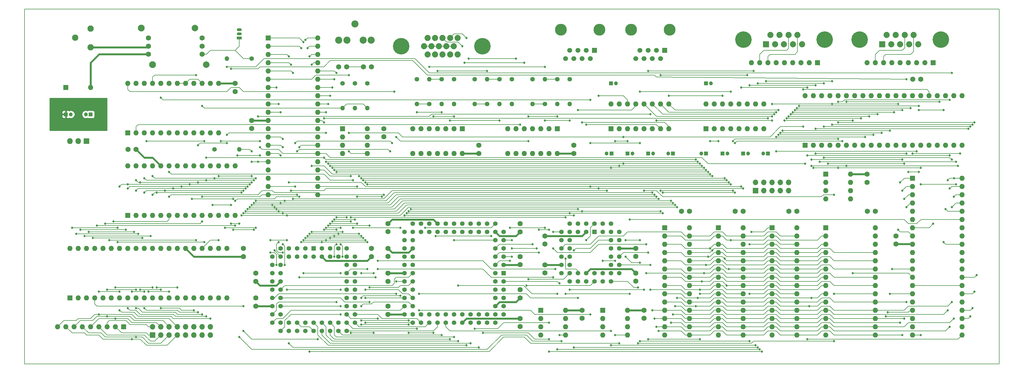
<source format=gbr>
%TF.GenerationSoftware,KiCad,Pcbnew,(5.1.9)-1*%
%TF.CreationDate,2021-09-01T00:43:13-05:00*%
%TF.ProjectId,z80,7a38302e-6b69-4636-9164-5f7063625858,A*%
%TF.SameCoordinates,Original*%
%TF.FileFunction,Copper,L1,Top*%
%TF.FilePolarity,Positive*%
%FSLAX46Y46*%
G04 Gerber Fmt 4.6, Leading zero omitted, Abs format (unit mm)*
G04 Created by KiCad (PCBNEW (5.1.9)-1) date 2021-09-01 00:43:13*
%MOMM*%
%LPD*%
G01*
G04 APERTURE LIST*
%TA.AperFunction,Profile*%
%ADD10C,0.150000*%
%TD*%
%TA.AperFunction,ComponentPad*%
%ADD11O,1.600000X1.600000*%
%TD*%
%TA.AperFunction,ComponentPad*%
%ADD12R,1.600000X1.600000*%
%TD*%
%TA.AperFunction,WasherPad*%
%ADD13C,2.100000*%
%TD*%
%TA.AperFunction,ComponentPad*%
%ADD14C,1.600000*%
%TD*%
%TA.AperFunction,ComponentPad*%
%ADD15C,1.879600*%
%TD*%
%TA.AperFunction,ComponentPad*%
%ADD16C,5.080000*%
%TD*%
%TA.AperFunction,ComponentPad*%
%ADD17C,1.500000*%
%TD*%
%TA.AperFunction,ComponentPad*%
%ADD18R,1.500000X1.500000*%
%TD*%
%TA.AperFunction,WasherPad*%
%ADD19C,3.650000*%
%TD*%
%TA.AperFunction,ComponentPad*%
%ADD20R,1.879600X1.879600*%
%TD*%
%TA.AperFunction,ComponentPad*%
%ADD21C,2.181860*%
%TD*%
%TA.AperFunction,ComponentPad*%
%ADD22C,1.948180*%
%TD*%
%TA.AperFunction,ComponentPad*%
%ADD23C,1.400000*%
%TD*%
%TA.AperFunction,ComponentPad*%
%ADD24O,1.400000X1.400000*%
%TD*%
%TA.AperFunction,ComponentPad*%
%ADD25O,1.700000X1.700000*%
%TD*%
%TA.AperFunction,ComponentPad*%
%ADD26R,1.700000X1.700000*%
%TD*%
%TA.AperFunction,ComponentPad*%
%ADD27R,1.200000X1.200000*%
%TD*%
%TA.AperFunction,ComponentPad*%
%ADD28C,1.200000*%
%TD*%
%TA.AperFunction,ComponentPad*%
%ADD29C,1.397000*%
%TD*%
%TA.AperFunction,ComponentPad*%
%ADD30R,1.397000X1.397000*%
%TD*%
%TA.AperFunction,ComponentPad*%
%ADD31R,1.500000X0.900000*%
%TD*%
%TA.AperFunction,ComponentPad*%
%ADD32O,1.500000X0.900000*%
%TD*%
%TA.AperFunction,ComponentPad*%
%ADD33O,1.800000X1.800000*%
%TD*%
%TA.AperFunction,ComponentPad*%
%ADD34R,1.800000X1.800000*%
%TD*%
%TA.AperFunction,WasherPad*%
%ADD35C,2.000000*%
%TD*%
%TA.AperFunction,ViaPad*%
%ADD36C,0.685800*%
%TD*%
%TA.AperFunction,Conductor*%
%ADD37C,0.203200*%
%TD*%
%TA.AperFunction,Conductor*%
%ADD38C,0.609600*%
%TD*%
%TA.AperFunction,Conductor*%
%ADD39C,0.254000*%
%TD*%
%TA.AperFunction,Conductor*%
%ADD40C,0.100000*%
%TD*%
G04 APERTURE END LIST*
D10*
X17780000Y-43180000D02*
X17780000Y-152400000D01*
X317500000Y-152400000D02*
X317500000Y-43180000D01*
X17780000Y-152400000D02*
X317500000Y-152400000D01*
X317500000Y-43180000D02*
X17780000Y-43180000D01*
D11*
X227330000Y-72390000D03*
X245110000Y-80010000D03*
X229870000Y-72390000D03*
X242570000Y-80010000D03*
X232410000Y-72390000D03*
X240030000Y-80010000D03*
X234950000Y-72390000D03*
X237490000Y-80010000D03*
X237490000Y-72390000D03*
X234950000Y-80010000D03*
X240030000Y-72390000D03*
X232410000Y-80010000D03*
X242570000Y-72390000D03*
X229870000Y-80010000D03*
X245110000Y-72390000D03*
D12*
X227330000Y-80010000D03*
D11*
X198120000Y-72390000D03*
X215900000Y-80010000D03*
X200660000Y-72390000D03*
X213360000Y-80010000D03*
X203200000Y-72390000D03*
X210820000Y-80010000D03*
X205740000Y-72390000D03*
X208280000Y-80010000D03*
X208280000Y-72390000D03*
X205740000Y-80010000D03*
X210820000Y-72390000D03*
X203200000Y-80010000D03*
X213360000Y-72390000D03*
X200660000Y-80010000D03*
X215900000Y-72390000D03*
D12*
X198120000Y-80010000D03*
D11*
X31750000Y-116840000D03*
X80010000Y-132080000D03*
X34290000Y-116840000D03*
X77470000Y-132080000D03*
X36830000Y-116840000D03*
X74930000Y-132080000D03*
X39370000Y-116840000D03*
X72390000Y-132080000D03*
X41910000Y-116840000D03*
X69850000Y-132080000D03*
X44450000Y-116840000D03*
X67310000Y-132080000D03*
X46990000Y-116840000D03*
X64770000Y-132080000D03*
X49530000Y-116840000D03*
X62230000Y-132080000D03*
X52070000Y-116840000D03*
X59690000Y-132080000D03*
X54610000Y-116840000D03*
X57150000Y-132080000D03*
X57150000Y-116840000D03*
X54610000Y-132080000D03*
X59690000Y-116840000D03*
X52070000Y-132080000D03*
X62230000Y-116840000D03*
X49530000Y-132080000D03*
X64770000Y-116840000D03*
X46990000Y-132080000D03*
X67310000Y-116840000D03*
X44450000Y-132080000D03*
X69850000Y-116840000D03*
X41910000Y-132080000D03*
X72390000Y-116840000D03*
X39370000Y-132080000D03*
X74930000Y-116840000D03*
X36830000Y-132080000D03*
X77470000Y-116840000D03*
X34290000Y-132080000D03*
X80010000Y-116840000D03*
D12*
X31750000Y-132080000D03*
D11*
X27940000Y-140970000D03*
X30480000Y-140970000D03*
X33020000Y-140970000D03*
X35560000Y-140970000D03*
X38100000Y-140970000D03*
X40640000Y-140970000D03*
X43180000Y-140970000D03*
X45720000Y-140970000D03*
D12*
X48260000Y-140970000D03*
D11*
X276860000Y-59690000D03*
X279400000Y-59690000D03*
X281940000Y-59690000D03*
X284480000Y-59690000D03*
X287020000Y-59690000D03*
X289560000Y-59690000D03*
X292100000Y-59690000D03*
X294640000Y-59690000D03*
D12*
X297180000Y-59690000D03*
D11*
X241300000Y-59690000D03*
X243840000Y-59690000D03*
X246380000Y-59690000D03*
X248920000Y-59690000D03*
X251460000Y-59690000D03*
X254000000Y-59690000D03*
X256540000Y-59690000D03*
X259080000Y-59690000D03*
D12*
X261620000Y-59690000D03*
D13*
X57080000Y-60310000D03*
X53680000Y-49010000D03*
D14*
X55880000Y-52110000D03*
X55880000Y-54610000D03*
X55880000Y-57110000D03*
D15*
X141732000Y-57150000D03*
X144020540Y-57150000D03*
X146309080Y-57150000D03*
X148597620Y-57150000D03*
X150888700Y-57150000D03*
X140591540Y-54610000D03*
X142880080Y-54610000D03*
X145171160Y-54610000D03*
X147459700Y-54610000D03*
X149748240Y-54610000D03*
X141732000Y-52070000D03*
X144020540Y-52070000D03*
X146309080Y-52070000D03*
X148597620Y-52070000D03*
X150888700Y-52070000D03*
D16*
X133550660Y-54610000D03*
X158549340Y-54610000D03*
D17*
X205740000Y-58420000D03*
X207010000Y-55880000D03*
X208280000Y-58420000D03*
X209550000Y-55880000D03*
X210820000Y-58420000D03*
X212090000Y-55880000D03*
X213360000Y-58420000D03*
D18*
X214630000Y-55880000D03*
D19*
X216120000Y-49530000D03*
X204250000Y-49530000D03*
D15*
X256826740Y-54008160D03*
X254055600Y-54008160D03*
X251287000Y-54008160D03*
X248518400Y-54008160D03*
D20*
X245747260Y-54008160D03*
D15*
X255434820Y-51168440D03*
X252666220Y-51168440D03*
X249907780Y-51168440D03*
X247139180Y-51168440D03*
D16*
X238787660Y-52588300D03*
X263786340Y-52588300D03*
D21*
X124378720Y-52750720D03*
X121879360Y-52750720D03*
X119380000Y-47752000D03*
X114381280Y-52750720D03*
X116880640Y-52750720D03*
D22*
X38100000Y-49174400D03*
X33301940Y-51973480D03*
X38100000Y-54973220D03*
D16*
X299519340Y-52588300D03*
X274520660Y-52588300D03*
D15*
X282872180Y-51168440D03*
X285640780Y-51168440D03*
X288399220Y-51168440D03*
X291167820Y-51168440D03*
D20*
X281480260Y-54008160D03*
D15*
X284251400Y-54008160D03*
X287020000Y-54008160D03*
X289788600Y-54008160D03*
X292559740Y-54008160D03*
D19*
X182660000Y-49530000D03*
X194530000Y-49530000D03*
D18*
X193040000Y-55880000D03*
D17*
X191770000Y-58420000D03*
X190500000Y-55880000D03*
X189230000Y-58420000D03*
X187960000Y-55880000D03*
X186690000Y-58420000D03*
X185420000Y-55880000D03*
X184150000Y-58420000D03*
D12*
X195580000Y-135890000D03*
D11*
X203200000Y-143510000D03*
X195580000Y-138430000D03*
X203200000Y-140970000D03*
X195580000Y-140970000D03*
X203200000Y-138430000D03*
X195580000Y-143510000D03*
X203200000Y-135890000D03*
D12*
X264160000Y-93980000D03*
D11*
X271780000Y-101600000D03*
X264160000Y-96520000D03*
X271780000Y-99060000D03*
X264160000Y-99060000D03*
X271780000Y-96520000D03*
X264160000Y-101600000D03*
X271780000Y-93980000D03*
D23*
X76200000Y-86360000D03*
D24*
X83820000Y-86360000D03*
D12*
X115570000Y-80010000D03*
D11*
X123190000Y-87630000D03*
X115570000Y-82550000D03*
X123190000Y-85090000D03*
X115570000Y-85090000D03*
X123190000Y-82550000D03*
X115570000Y-87630000D03*
X123190000Y-80010000D03*
D12*
X176530000Y-135890000D03*
D11*
X184150000Y-143510000D03*
X176530000Y-138430000D03*
X184150000Y-140970000D03*
X176530000Y-140970000D03*
X184150000Y-138430000D03*
X176530000Y-143510000D03*
X184150000Y-135890000D03*
D23*
X115570000Y-66040000D03*
D24*
X115570000Y-73660000D03*
D23*
X87630000Y-58420000D03*
D24*
X80010000Y-58420000D03*
D23*
X185420000Y-64770000D03*
D24*
X185420000Y-72390000D03*
D23*
X181610000Y-64770000D03*
D24*
X181610000Y-72390000D03*
D12*
X30480000Y-67310000D03*
D11*
X38100000Y-67310000D03*
D23*
X167640000Y-64770000D03*
D24*
X167640000Y-72390000D03*
D23*
X163830000Y-64770000D03*
D24*
X163830000Y-72390000D03*
D23*
X149860000Y-64770000D03*
D24*
X149860000Y-72390000D03*
D23*
X146050000Y-64770000D03*
D24*
X146050000Y-72390000D03*
D23*
X177800000Y-72390000D03*
D24*
X177800000Y-64770000D03*
D23*
X160020000Y-72390000D03*
D24*
X160020000Y-64770000D03*
D12*
X152400000Y-80010000D03*
D11*
X137160000Y-87630000D03*
X149860000Y-80010000D03*
X139700000Y-87630000D03*
X147320000Y-80010000D03*
X142240000Y-87630000D03*
X144780000Y-80010000D03*
X144780000Y-87630000D03*
X142240000Y-80010000D03*
X147320000Y-87630000D03*
X139700000Y-80010000D03*
X149860000Y-87630000D03*
X137160000Y-80010000D03*
X152400000Y-87630000D03*
D23*
X142240000Y-72390000D03*
D24*
X142240000Y-64770000D03*
D14*
X279400000Y-105410000D03*
X276900000Y-105410000D03*
X222250000Y-105410000D03*
X219750000Y-105410000D03*
X238760000Y-105410000D03*
X236260000Y-105410000D03*
X255270000Y-105410000D03*
X252770000Y-105410000D03*
X285750000Y-115530000D03*
X285750000Y-113030000D03*
X87630000Y-77470000D03*
X87630000Y-79970000D03*
X52070000Y-86360000D03*
X49570000Y-86360000D03*
X82550000Y-66080000D03*
X82550000Y-68580000D03*
X293370000Y-64770000D03*
X290870000Y-64770000D03*
X85090000Y-119380000D03*
X85090000Y-116880000D03*
X157480000Y-87630000D03*
X157480000Y-85130000D03*
X186690000Y-87630000D03*
X186690000Y-85130000D03*
X208280000Y-135890000D03*
X208280000Y-138390000D03*
X276860000Y-94020000D03*
X276860000Y-96520000D03*
X128270000Y-80010000D03*
X128270000Y-82510000D03*
X189230000Y-135890000D03*
X189230000Y-138390000D03*
D23*
X173990000Y-64770000D03*
D24*
X173990000Y-72390000D03*
D23*
X156210000Y-64770000D03*
D24*
X156210000Y-72390000D03*
D23*
X138430000Y-64770000D03*
D24*
X138430000Y-72390000D03*
D14*
X129540000Y-137160000D03*
X129540000Y-134660000D03*
X170180000Y-111760000D03*
X170180000Y-109260000D03*
X129540000Y-127000000D03*
X129540000Y-124500000D03*
X170180000Y-138430000D03*
X170180000Y-140930000D03*
X170180000Y-129580000D03*
X170180000Y-132080000D03*
X170180000Y-119380000D03*
X170180000Y-121880000D03*
X129540000Y-111720000D03*
X129540000Y-109220000D03*
X129540000Y-116840000D03*
X129540000Y-119340000D03*
D25*
X252730000Y-96520000D03*
X252730000Y-99060000D03*
X250190000Y-96520000D03*
X250190000Y-99060000D03*
X247650000Y-96520000D03*
X247650000Y-99060000D03*
X245110000Y-96520000D03*
X245110000Y-99060000D03*
X242570000Y-96520000D03*
D26*
X242570000Y-99060000D03*
D14*
X177800000Y-115530000D03*
X177800000Y-113030000D03*
X205740000Y-119340000D03*
X205740000Y-116840000D03*
X205740000Y-124460000D03*
X205740000Y-126960000D03*
X177800000Y-121920000D03*
X177800000Y-124420000D03*
X88900000Y-132120000D03*
X88900000Y-134620000D03*
X88900000Y-124500000D03*
X88900000Y-127000000D03*
X124460000Y-119380000D03*
X124460000Y-116880000D03*
D27*
X217170000Y-87630000D03*
D28*
X215670000Y-87630000D03*
X204700000Y-87630000D03*
D27*
X203200000Y-87630000D03*
X209550000Y-87630000D03*
D28*
X211050000Y-87630000D03*
X196753000Y-87630000D03*
D27*
X198253000Y-87630000D03*
D28*
X199620000Y-66040000D03*
D27*
X198120000Y-66040000D03*
X38100000Y-75598000D03*
D28*
X36600000Y-75598000D03*
X31980000Y-75598000D03*
D27*
X30480000Y-75598000D03*
D11*
X279400000Y-110490000D03*
X264160000Y-143510000D03*
X279400000Y-113030000D03*
X264160000Y-140970000D03*
X279400000Y-115570000D03*
X264160000Y-138430000D03*
X279400000Y-118110000D03*
X264160000Y-135890000D03*
X279400000Y-120650000D03*
X264160000Y-133350000D03*
X279400000Y-123190000D03*
X264160000Y-130810000D03*
X279400000Y-125730000D03*
X264160000Y-128270000D03*
X279400000Y-128270000D03*
X264160000Y-125730000D03*
X279400000Y-130810000D03*
X264160000Y-123190000D03*
X279400000Y-133350000D03*
X264160000Y-120650000D03*
X279400000Y-135890000D03*
X264160000Y-118110000D03*
X279400000Y-138430000D03*
X264160000Y-115570000D03*
X279400000Y-140970000D03*
X264160000Y-113030000D03*
X279400000Y-143510000D03*
D12*
X264160000Y-110490000D03*
D29*
X193040000Y-109220000D03*
X195580000Y-111760000D03*
X195580000Y-109220000D03*
X198120000Y-111760000D03*
X198120000Y-109220000D03*
X200660000Y-111760000D03*
X198120000Y-114300000D03*
X200660000Y-114300000D03*
X198120000Y-116840000D03*
X200660000Y-116840000D03*
X198120000Y-119380000D03*
X200660000Y-119380000D03*
X198120000Y-121920000D03*
X200660000Y-121920000D03*
X198120000Y-124460000D03*
X200660000Y-124460000D03*
X198120000Y-127000000D03*
X195580000Y-124460000D03*
X195580000Y-127000000D03*
X193040000Y-124460000D03*
X193040000Y-127000000D03*
X190500000Y-124460000D03*
X190500000Y-127000000D03*
X187960000Y-124460000D03*
X187960000Y-127000000D03*
X185420000Y-124460000D03*
X185420000Y-127000000D03*
X182880000Y-124460000D03*
X185420000Y-121920000D03*
X182880000Y-121920000D03*
X185420000Y-119380000D03*
X182880000Y-119380000D03*
X185420000Y-116840000D03*
X182880000Y-116840000D03*
X185420000Y-114300000D03*
X182880000Y-114300000D03*
X185420000Y-111760000D03*
X182880000Y-111760000D03*
X185420000Y-109220000D03*
X187960000Y-111760000D03*
X187960000Y-109220000D03*
X190500000Y-111760000D03*
X190500000Y-109220000D03*
D30*
X193040000Y-111760000D03*
D11*
X222250000Y-110490000D03*
X214630000Y-143510000D03*
X222250000Y-113030000D03*
X214630000Y-140970000D03*
X222250000Y-115570000D03*
X214630000Y-138430000D03*
X222250000Y-118110000D03*
X214630000Y-135890000D03*
X222250000Y-120650000D03*
X214630000Y-133350000D03*
X222250000Y-123190000D03*
X214630000Y-130810000D03*
X222250000Y-125730000D03*
X214630000Y-128270000D03*
X222250000Y-128270000D03*
X214630000Y-125730000D03*
X222250000Y-130810000D03*
X214630000Y-123190000D03*
X222250000Y-133350000D03*
X214630000Y-120650000D03*
X222250000Y-135890000D03*
X214630000Y-118110000D03*
X222250000Y-138430000D03*
X214630000Y-115570000D03*
X222250000Y-140970000D03*
X214630000Y-113030000D03*
X222250000Y-143510000D03*
D12*
X214630000Y-110490000D03*
D11*
X107950000Y-52070000D03*
X92710000Y-100330000D03*
X107950000Y-54610000D03*
X92710000Y-97790000D03*
X107950000Y-57150000D03*
X92710000Y-95250000D03*
X107950000Y-59690000D03*
X92710000Y-92710000D03*
X107950000Y-62230000D03*
X92710000Y-90170000D03*
X107950000Y-64770000D03*
X92710000Y-87630000D03*
X107950000Y-67310000D03*
X92710000Y-85090000D03*
X107950000Y-69850000D03*
X92710000Y-82550000D03*
X107950000Y-72390000D03*
X92710000Y-80010000D03*
X107950000Y-74930000D03*
X92710000Y-77470000D03*
X107950000Y-77470000D03*
X92710000Y-74930000D03*
X107950000Y-80010000D03*
X92710000Y-72390000D03*
X107950000Y-82550000D03*
X92710000Y-69850000D03*
X107950000Y-85090000D03*
X92710000Y-67310000D03*
X107950000Y-87630000D03*
X92710000Y-64770000D03*
X107950000Y-90170000D03*
X92710000Y-62230000D03*
X107950000Y-92710000D03*
X92710000Y-59690000D03*
X107950000Y-95250000D03*
X92710000Y-57150000D03*
X107950000Y-97790000D03*
X92710000Y-54610000D03*
X107950000Y-100330000D03*
D12*
X92710000Y-52070000D03*
D11*
X238760000Y-110490000D03*
X231140000Y-143510000D03*
X238760000Y-113030000D03*
X231140000Y-140970000D03*
X238760000Y-115570000D03*
X231140000Y-138430000D03*
X238760000Y-118110000D03*
X231140000Y-135890000D03*
X238760000Y-120650000D03*
X231140000Y-133350000D03*
X238760000Y-123190000D03*
X231140000Y-130810000D03*
X238760000Y-125730000D03*
X231140000Y-128270000D03*
X238760000Y-128270000D03*
X231140000Y-125730000D03*
X238760000Y-130810000D03*
X231140000Y-123190000D03*
X238760000Y-133350000D03*
X231140000Y-120650000D03*
X238760000Y-135890000D03*
X231140000Y-118110000D03*
X238760000Y-138430000D03*
X231140000Y-115570000D03*
X238760000Y-140970000D03*
X231140000Y-113030000D03*
X238760000Y-143510000D03*
D12*
X231140000Y-110490000D03*
X247650000Y-110490000D03*
D11*
X255270000Y-143510000D03*
X247650000Y-113030000D03*
X255270000Y-140970000D03*
X247650000Y-115570000D03*
X255270000Y-138430000D03*
X247650000Y-118110000D03*
X255270000Y-135890000D03*
X247650000Y-120650000D03*
X255270000Y-133350000D03*
X247650000Y-123190000D03*
X255270000Y-130810000D03*
X247650000Y-125730000D03*
X255270000Y-128270000D03*
X247650000Y-128270000D03*
X255270000Y-125730000D03*
X247650000Y-130810000D03*
X255270000Y-123190000D03*
X247650000Y-133350000D03*
X255270000Y-120650000D03*
X247650000Y-135890000D03*
X255270000Y-118110000D03*
X247650000Y-138430000D03*
X255270000Y-115570000D03*
X247650000Y-140970000D03*
X255270000Y-113030000D03*
X247650000Y-143510000D03*
X255270000Y-110490000D03*
X49530000Y-66040000D03*
X77470000Y-81280000D03*
X52070000Y-66040000D03*
X74930000Y-81280000D03*
X54610000Y-66040000D03*
X72390000Y-81280000D03*
X57150000Y-66040000D03*
X69850000Y-81280000D03*
X59690000Y-66040000D03*
X67310000Y-81280000D03*
X62230000Y-66040000D03*
X64770000Y-81280000D03*
X64770000Y-66040000D03*
X62230000Y-81280000D03*
X67310000Y-66040000D03*
X59690000Y-81280000D03*
X69850000Y-66040000D03*
X57150000Y-81280000D03*
X72390000Y-66040000D03*
X54610000Y-81280000D03*
X74930000Y-66040000D03*
X52070000Y-81280000D03*
X77470000Y-66040000D03*
D12*
X49530000Y-81280000D03*
D31*
X83820000Y-52070000D03*
D32*
X83820000Y-49530000D03*
X83820000Y-50800000D03*
D12*
X257810000Y-85090000D03*
D11*
X306070000Y-69850000D03*
X260350000Y-85090000D03*
X303530000Y-69850000D03*
X262890000Y-85090000D03*
X300990000Y-69850000D03*
X265430000Y-85090000D03*
X298450000Y-69850000D03*
X267970000Y-85090000D03*
X295910000Y-69850000D03*
X270510000Y-85090000D03*
X293370000Y-69850000D03*
X273050000Y-85090000D03*
X290830000Y-69850000D03*
X275590000Y-85090000D03*
X288290000Y-69850000D03*
X278130000Y-85090000D03*
X285750000Y-69850000D03*
X280670000Y-85090000D03*
X283210000Y-69850000D03*
X283210000Y-85090000D03*
X280670000Y-69850000D03*
X285750000Y-85090000D03*
X278130000Y-69850000D03*
X288290000Y-85090000D03*
X275590000Y-69850000D03*
X290830000Y-85090000D03*
X273050000Y-69850000D03*
X293370000Y-85090000D03*
X270510000Y-69850000D03*
X295910000Y-85090000D03*
X267970000Y-69850000D03*
X298450000Y-85090000D03*
X265430000Y-69850000D03*
X300990000Y-85090000D03*
X262890000Y-69850000D03*
X303530000Y-85090000D03*
X260350000Y-69850000D03*
X306070000Y-85090000D03*
X257810000Y-69850000D03*
X306070000Y-95232500D03*
X290830000Y-143492500D03*
X306070000Y-97772500D03*
X290830000Y-140952500D03*
X306070000Y-100312500D03*
X290830000Y-138412500D03*
X306070000Y-102852500D03*
X290830000Y-135872500D03*
X306070000Y-105392500D03*
X290830000Y-133332500D03*
X306070000Y-107932500D03*
X290830000Y-130792500D03*
X306070000Y-110472500D03*
X290830000Y-128252500D03*
X306070000Y-113012500D03*
X290830000Y-125712500D03*
X306070000Y-115552500D03*
X290830000Y-123172500D03*
X306070000Y-118092500D03*
X290830000Y-120632500D03*
X306070000Y-120632500D03*
X290830000Y-118092500D03*
X306070000Y-123172500D03*
X290830000Y-115552500D03*
X306070000Y-125712500D03*
X290830000Y-113012500D03*
X306070000Y-128252500D03*
X290830000Y-110472500D03*
X306070000Y-130792500D03*
X290830000Y-107932500D03*
X306070000Y-133332500D03*
X290830000Y-105392500D03*
X306070000Y-135872500D03*
X290830000Y-102852500D03*
X306070000Y-138412500D03*
X290830000Y-100312500D03*
X306070000Y-140952500D03*
X290830000Y-97772500D03*
X306070000Y-143492500D03*
D12*
X290830000Y-95232500D03*
D33*
X31750000Y-83820000D03*
X34290000Y-83820000D03*
D34*
X36830000Y-83820000D03*
D29*
X109220000Y-119380000D03*
X109220000Y-116840000D03*
X111760000Y-119380000D03*
X111760000Y-116840000D03*
X114300000Y-119380000D03*
X114300000Y-116840000D03*
X116840000Y-119380000D03*
X116840000Y-116840000D03*
X119380000Y-119380000D03*
X116840000Y-121920000D03*
X119380000Y-121920000D03*
X116840000Y-124460000D03*
X119380000Y-124460000D03*
X116840000Y-127000000D03*
X119380000Y-127000000D03*
X116840000Y-129540000D03*
X119380000Y-129540000D03*
X116840000Y-132080000D03*
X119380000Y-132080000D03*
X116840000Y-134620000D03*
X119380000Y-134620000D03*
X116840000Y-137160000D03*
X119380000Y-137160000D03*
X116840000Y-139700000D03*
X119380000Y-139700000D03*
X116840000Y-142240000D03*
X114300000Y-139700000D03*
X114300000Y-142240000D03*
X111760000Y-139700000D03*
X111760000Y-142240000D03*
X109220000Y-139700000D03*
X109220000Y-142240000D03*
X106680000Y-139700000D03*
X106680000Y-142240000D03*
X104140000Y-139700000D03*
X104140000Y-142240000D03*
X101600000Y-139700000D03*
X101600000Y-142240000D03*
X99060000Y-139700000D03*
X99060000Y-142240000D03*
X96520000Y-139700000D03*
X96520000Y-142240000D03*
X93980000Y-139700000D03*
X96520000Y-137160000D03*
X93980000Y-137160000D03*
X96520000Y-134620000D03*
X93980000Y-134620000D03*
X96520000Y-132080000D03*
X93980000Y-132080000D03*
X96520000Y-129540000D03*
X93980000Y-129540000D03*
X96520000Y-127000000D03*
X93980000Y-127000000D03*
X96520000Y-124460000D03*
X93980000Y-124460000D03*
X96520000Y-121920000D03*
X93980000Y-121920000D03*
X96520000Y-119380000D03*
X93980000Y-119380000D03*
X96520000Y-116840000D03*
X99060000Y-119380000D03*
X99060000Y-116840000D03*
X101600000Y-119380000D03*
X101600000Y-116840000D03*
X104140000Y-119380000D03*
X104140000Y-116840000D03*
X106680000Y-119380000D03*
D30*
X106680000Y-116840000D03*
D11*
X181610000Y-87630000D03*
X166370000Y-80010000D03*
X179070000Y-87630000D03*
X168910000Y-80010000D03*
X176530000Y-87630000D03*
X171450000Y-80010000D03*
X173990000Y-87630000D03*
X173990000Y-80010000D03*
X171450000Y-87630000D03*
X176530000Y-80010000D03*
X168910000Y-87630000D03*
X179070000Y-80010000D03*
X166370000Y-87630000D03*
D12*
X181610000Y-80010000D03*
X49530000Y-106680000D03*
D11*
X82550000Y-91440000D03*
X52070000Y-106680000D03*
X80010000Y-91440000D03*
X54610000Y-106680000D03*
X77470000Y-91440000D03*
X57150000Y-106680000D03*
X74930000Y-91440000D03*
X59690000Y-106680000D03*
X72390000Y-91440000D03*
X62230000Y-106680000D03*
X69850000Y-91440000D03*
X64770000Y-106680000D03*
X67310000Y-91440000D03*
X67310000Y-106680000D03*
X64770000Y-91440000D03*
X69850000Y-106680000D03*
X62230000Y-91440000D03*
X72390000Y-106680000D03*
X59690000Y-91440000D03*
X74930000Y-106680000D03*
X57150000Y-91440000D03*
X77470000Y-106680000D03*
X54610000Y-91440000D03*
X80010000Y-106680000D03*
X52070000Y-91440000D03*
X82550000Y-106680000D03*
X49530000Y-91440000D03*
D29*
X162560000Y-127000000D03*
X165100000Y-127000000D03*
X162560000Y-129540000D03*
X165100000Y-129540000D03*
X162560000Y-132080000D03*
X165100000Y-132080000D03*
X162560000Y-134620000D03*
X165100000Y-134620000D03*
X162560000Y-137160000D03*
X165100000Y-137160000D03*
X162560000Y-139700000D03*
X160020000Y-137160000D03*
X160020000Y-139700000D03*
X157480000Y-137160000D03*
X157480000Y-139700000D03*
X154940000Y-137160000D03*
X154940000Y-139700000D03*
X152400000Y-137160000D03*
X152400000Y-139700000D03*
X149860000Y-137160000D03*
X149860000Y-139700000D03*
X147320000Y-137160000D03*
X147320000Y-139700000D03*
X144780000Y-137160000D03*
X144780000Y-139700000D03*
X142240000Y-137160000D03*
X142240000Y-139700000D03*
X139700000Y-137160000D03*
X139700000Y-139700000D03*
X137160000Y-137160000D03*
X137160000Y-139700000D03*
X134620000Y-137160000D03*
X137160000Y-134620000D03*
X134620000Y-134620000D03*
X137160000Y-132080000D03*
X134620000Y-132080000D03*
X137160000Y-129540000D03*
X134620000Y-129540000D03*
X137160000Y-127000000D03*
X134620000Y-127000000D03*
X137160000Y-124460000D03*
X134620000Y-124460000D03*
X137160000Y-121920000D03*
X134620000Y-121920000D03*
X137160000Y-119380000D03*
X134620000Y-119380000D03*
X137160000Y-116840000D03*
X134620000Y-116840000D03*
X137160000Y-114300000D03*
X134620000Y-114300000D03*
X137160000Y-111760000D03*
X134620000Y-111760000D03*
X137160000Y-109220000D03*
X139700000Y-111760000D03*
X139700000Y-109220000D03*
X142240000Y-111760000D03*
X142240000Y-109220000D03*
X144780000Y-111760000D03*
X144780000Y-109220000D03*
X147320000Y-111760000D03*
X147320000Y-109220000D03*
X149860000Y-111760000D03*
X149860000Y-109220000D03*
X152400000Y-111760000D03*
X152400000Y-109220000D03*
X154940000Y-111760000D03*
X154940000Y-109220000D03*
X157480000Y-111760000D03*
X157480000Y-109220000D03*
X160020000Y-111760000D03*
X160020000Y-109220000D03*
X162560000Y-111760000D03*
X162560000Y-109220000D03*
X165100000Y-111760000D03*
X162560000Y-114300000D03*
X165100000Y-114300000D03*
X162560000Y-116840000D03*
X165100000Y-116840000D03*
X162560000Y-119380000D03*
X165100000Y-119380000D03*
X162560000Y-121920000D03*
X165100000Y-121920000D03*
X162560000Y-124460000D03*
D30*
X165100000Y-124460000D03*
D27*
X246380000Y-87630000D03*
D28*
X244880000Y-87630000D03*
X233910000Y-87630000D03*
D27*
X232410000Y-87630000D03*
X238760000Y-87630000D03*
D28*
X240260000Y-87630000D03*
X225830000Y-87630000D03*
D27*
X227330000Y-87630000D03*
D28*
X228830000Y-66040000D03*
D27*
X227330000Y-66040000D03*
D25*
X74930000Y-140970000D03*
X74930000Y-143510000D03*
X72390000Y-140970000D03*
X72390000Y-143510000D03*
X69850000Y-140970000D03*
X69850000Y-143510000D03*
X67310000Y-140970000D03*
X67310000Y-143510000D03*
X64770000Y-140970000D03*
X64770000Y-143510000D03*
X62230000Y-140970000D03*
X62230000Y-143510000D03*
X59690000Y-140970000D03*
X59690000Y-143510000D03*
X57150000Y-140970000D03*
D26*
X57150000Y-143510000D03*
D14*
X116840000Y-60960000D03*
X114340000Y-60960000D03*
X121960000Y-60960000D03*
X124460000Y-60960000D03*
D24*
X123190000Y-73660000D03*
D23*
X123190000Y-66040000D03*
X119380000Y-66040000D03*
D24*
X119380000Y-73660000D03*
D14*
X72390000Y-57110000D03*
X72390000Y-54610000D03*
X72390000Y-52110000D03*
D35*
X70190000Y-49010000D03*
X73590000Y-60310000D03*
D36*
X293370000Y-143510000D03*
X117475000Y-86995000D03*
X69215000Y-101600000D03*
X81915000Y-101600000D03*
X90170000Y-88265000D03*
X83185000Y-88265000D03*
X117475000Y-63500000D03*
X117475000Y-81280000D03*
X257175000Y-67945000D03*
X201930000Y-82550000D03*
X257175000Y-79375000D03*
X26670000Y-71755000D03*
X26670000Y-73660000D03*
X26670000Y-75565000D03*
X26670000Y-77470000D03*
X32385000Y-73660000D03*
X36195000Y-73660000D03*
X40005000Y-79375000D03*
X32385000Y-79375000D03*
X36195000Y-77470000D03*
X32385000Y-77470000D03*
X36195000Y-79375000D03*
X28575000Y-77470000D03*
X28575000Y-75565000D03*
X28575000Y-73660000D03*
X28575000Y-71755000D03*
X30480000Y-71755000D03*
X30480000Y-73660000D03*
X26670000Y-79375000D03*
X28575000Y-79375000D03*
X40005000Y-77470000D03*
X40005000Y-75565000D03*
X40005000Y-73660000D03*
X40005000Y-71755000D03*
X41910000Y-71755000D03*
X41910000Y-73660000D03*
X41910000Y-75565000D03*
X41910000Y-77470000D03*
X41910000Y-79375000D03*
X32385000Y-71755000D03*
X36195000Y-71755000D03*
X272415000Y-124460000D03*
X292735000Y-74295000D03*
X300355000Y-74295000D03*
X77470000Y-94615000D03*
X87630000Y-94615000D03*
X87630000Y-86995000D03*
X87630000Y-90170000D03*
X89535000Y-90170000D03*
X89535000Y-76200000D03*
X247650000Y-77470000D03*
X248920000Y-86995000D03*
X292100000Y-86995000D03*
X210185000Y-75565000D03*
X212090000Y-77470000D03*
X90170000Y-85725000D03*
X78105000Y-83820000D03*
X90170000Y-83820000D03*
X70485000Y-63500000D03*
X257810000Y-90805000D03*
X258445000Y-144780000D03*
X103505000Y-53340000D03*
X110490000Y-114300000D03*
X122555000Y-96520000D03*
X103505000Y-114300000D03*
X122555000Y-114300000D03*
X234315000Y-96520000D03*
X234315000Y-123190000D03*
X186690000Y-106680000D03*
X134620000Y-106680000D03*
X127635000Y-100965000D03*
X120015000Y-100965000D03*
X120015000Y-97790000D03*
X102870000Y-55245000D03*
X109220000Y-114935000D03*
X123190000Y-97155000D03*
X102870000Y-114935000D03*
X123190000Y-114935000D03*
X234950000Y-97155000D03*
X234950000Y-114300000D03*
X44450000Y-116840000D03*
X300355000Y-114935000D03*
X299085000Y-71755000D03*
X62230000Y-100965000D03*
X45085000Y-108585000D03*
X185420000Y-106045000D03*
X135255000Y-106045000D03*
X128270000Y-100330000D03*
X213995000Y-106045000D03*
X213995000Y-99695000D03*
X270510000Y-71755000D03*
X269240000Y-83820000D03*
X236220000Y-84455000D03*
X236220000Y-99695000D03*
X118110000Y-94615000D03*
X118110000Y-107315000D03*
X184150000Y-107315000D03*
X184150000Y-120015000D03*
X303530000Y-138430000D03*
X304165000Y-90170000D03*
X262255000Y-90170000D03*
X303530000Y-100965000D03*
X95250000Y-104775000D03*
X216535000Y-102235000D03*
X216535000Y-139700000D03*
X86360000Y-104775000D03*
X86360000Y-97790000D03*
X49530000Y-98425000D03*
X66040000Y-97790000D03*
X48895000Y-111125000D03*
X34925000Y-111125000D03*
X95250000Y-67310000D03*
X286385000Y-111125000D03*
X286385000Y-72390000D03*
X102235000Y-85725000D03*
X102235000Y-100965000D03*
X82550000Y-102235000D03*
X40005000Y-109855000D03*
X109855000Y-76835000D03*
X246380000Y-76835000D03*
X247650000Y-72390000D03*
X266065000Y-72390000D03*
X82550000Y-109855000D03*
X287655000Y-99060000D03*
X287655000Y-143510000D03*
X259715000Y-89535000D03*
X94615000Y-117475000D03*
X94615000Y-104140000D03*
X212725000Y-142240000D03*
X212725000Y-101600000D03*
X86995000Y-104140000D03*
X86995000Y-97155000D03*
X68580000Y-97155000D03*
X49530000Y-97155000D03*
X46990000Y-97790000D03*
X46355000Y-110490000D03*
X32385000Y-110490000D03*
X287655000Y-89535000D03*
X288290000Y-101600000D03*
X288290000Y-138430000D03*
X288290000Y-90805000D03*
X264795000Y-90805000D03*
X95885000Y-114935000D03*
X97155000Y-118110000D03*
X95885000Y-105410000D03*
X217170000Y-102870000D03*
X217170000Y-137160000D03*
X85725000Y-105410000D03*
X85725000Y-98425000D03*
X52070000Y-99060000D03*
X63500000Y-98425000D03*
X51435000Y-111760000D03*
X37465000Y-111760000D03*
X95885000Y-72390000D03*
X302895000Y-133350000D03*
X302895000Y-104140000D03*
X263525000Y-88900000D03*
X97790000Y-121920000D03*
X97155000Y-115570000D03*
X97155000Y-106045000D03*
X217805000Y-103505000D03*
X217805000Y-134620000D03*
X85090000Y-106045000D03*
X85090000Y-99060000D03*
X54610000Y-99695000D03*
X60960000Y-99060000D03*
X38735000Y-113665000D03*
X53975000Y-113665000D03*
X302895000Y-89535000D03*
X96520000Y-74930000D03*
X304800000Y-91440000D03*
X259715000Y-91440000D03*
X259080000Y-134620000D03*
X270510000Y-91440000D03*
X109855000Y-78105000D03*
X113030000Y-119380000D03*
X113665000Y-115570000D03*
X224155000Y-89535000D03*
X109855000Y-111125000D03*
X113665000Y-111125000D03*
X224155000Y-134620000D03*
X73025000Y-114935000D03*
X46355000Y-114935000D03*
X55245000Y-83820000D03*
X73025000Y-83820000D03*
X73660000Y-88900000D03*
X109855000Y-88900000D03*
X304165000Y-97155000D03*
X293370000Y-92075000D03*
X293370000Y-97155000D03*
X260350000Y-92075000D03*
X259715000Y-132080000D03*
X267970000Y-92075000D03*
X115570000Y-119380000D03*
X110490000Y-90170000D03*
X114935000Y-115570000D03*
X224790000Y-90170000D03*
X110490000Y-110490000D03*
X114935000Y-110490000D03*
X224790000Y-132080000D03*
X70485000Y-114300000D03*
X43815000Y-114300000D03*
X71120000Y-85090000D03*
X110490000Y-81280000D03*
X80010000Y-84455000D03*
X80010000Y-81915000D03*
X110490000Y-74930000D03*
X302260000Y-140970000D03*
X258445000Y-88265000D03*
X302260000Y-88265000D03*
X302260000Y-98425000D03*
X93980000Y-103505000D03*
X212090000Y-140970000D03*
X212090000Y-100965000D03*
X87630000Y-103505000D03*
X87630000Y-96520000D03*
X52070000Y-95885000D03*
X71120000Y-96520000D03*
X33655000Y-112395000D03*
X53340000Y-96520000D03*
X52705000Y-112395000D03*
X111125000Y-90805000D03*
X201930000Y-90805000D03*
X225425000Y-90805000D03*
X123190000Y-123190000D03*
X111125000Y-109855000D03*
X123825000Y-109855000D03*
X225425000Y-129540000D03*
X111125000Y-72390000D03*
X288925000Y-104140000D03*
X288925000Y-133350000D03*
X260985000Y-87630000D03*
X95250000Y-121920000D03*
X93345000Y-118110000D03*
X93345000Y-114300000D03*
X98425000Y-114300000D03*
X97155000Y-83185000D03*
X98425000Y-106680000D03*
X218440000Y-104140000D03*
X218440000Y-132080000D03*
X84455000Y-106680000D03*
X84455000Y-99695000D03*
X57150000Y-100330000D03*
X58420000Y-99695000D03*
X36195000Y-113030000D03*
X56515000Y-113030000D03*
X288925000Y-87630000D03*
X111760000Y-91440000D03*
X200660000Y-91440000D03*
X226060000Y-91440000D03*
X111760000Y-109220000D03*
X120015000Y-109220000D03*
X226060000Y-127000000D03*
X111760000Y-69850000D03*
X301625000Y-135890000D03*
X303547500Y-95232500D03*
X301625000Y-95885000D03*
X97155000Y-85725000D03*
X97790000Y-102235000D03*
X210820000Y-99695000D03*
X210820000Y-135890000D03*
X88900000Y-102235000D03*
X88900000Y-95250000D03*
X57150000Y-94615000D03*
X76200000Y-95250000D03*
X79375000Y-110490000D03*
X88900000Y-110490000D03*
X287020000Y-96520000D03*
X287020000Y-139700000D03*
X305435000Y-87630000D03*
X96520000Y-88265000D03*
X96520000Y-102870000D03*
X211455000Y-100330000D03*
X211455000Y-138430000D03*
X88265000Y-102870000D03*
X88265000Y-95885000D03*
X54610000Y-95250000D03*
X73660000Y-95885000D03*
X81915000Y-111125000D03*
X88265000Y-111125000D03*
X290830000Y-87630000D03*
X113030000Y-92710000D03*
X227330000Y-92710000D03*
X113030000Y-107950000D03*
X119380000Y-107950000D03*
X227330000Y-121920000D03*
X113030000Y-64770000D03*
X113665000Y-62865000D03*
X113665000Y-93345000D03*
X227965000Y-93345000D03*
X113665000Y-107315000D03*
X116840000Y-107315000D03*
X227965000Y-119380000D03*
X106045000Y-60325000D03*
X228600000Y-93980000D03*
X106045000Y-111760000D03*
X115570000Y-111760000D03*
X228600000Y-116840000D03*
X106045000Y-91440000D03*
X105410000Y-57785000D03*
X120650000Y-94615000D03*
X120650000Y-112395000D03*
X229235000Y-94615000D03*
X105410000Y-112395000D03*
X114300000Y-112395000D03*
X229235000Y-117475000D03*
X187960000Y-104775000D03*
X136525000Y-104775000D03*
X100965000Y-97790000D03*
X100965000Y-84455000D03*
X130810000Y-84455000D03*
X104775000Y-55245000D03*
X113030000Y-113030000D03*
X121285000Y-95250000D03*
X104775000Y-113030000D03*
X121285000Y-113030000D03*
X233045000Y-95250000D03*
X233045000Y-120015000D03*
X300990000Y-104775000D03*
X302260000Y-71120000D03*
X267970000Y-71755000D03*
X72390000Y-108585000D03*
X42545000Y-109220000D03*
X72390000Y-100965000D03*
X189230000Y-105410000D03*
X135890000Y-105410000D03*
X101600000Y-100330000D03*
X101600000Y-86995000D03*
X130175000Y-86995000D03*
X213360000Y-105410000D03*
X213360000Y-99060000D03*
X267970000Y-83185000D03*
X235585000Y-83820000D03*
X235585000Y-99060000D03*
X104140000Y-52705000D03*
X111760000Y-113665000D03*
X121920000Y-95885000D03*
X104140000Y-113665000D03*
X121920000Y-113665000D03*
X233680000Y-95885000D03*
X233680000Y-128270000D03*
X258445000Y-67310000D03*
X238125000Y-67310000D03*
X260985000Y-80010000D03*
X307975000Y-80010000D03*
X308610000Y-137795000D03*
X309245000Y-135255000D03*
X260985000Y-66675000D03*
X240665000Y-66675000D03*
X263525000Y-79375000D03*
X308610000Y-79375000D03*
X263525000Y-66040000D03*
X243205000Y-66040000D03*
X266065000Y-78740000D03*
X309245000Y-78740000D03*
X309880000Y-130175000D03*
X266065000Y-65405000D03*
X245745000Y-65405000D03*
X267970000Y-78105000D03*
X309880000Y-78105000D03*
X310515000Y-125095000D03*
X284497500Y-123172500D03*
X283845000Y-80645000D03*
X250825000Y-80645000D03*
X249555000Y-74295000D03*
X283862500Y-130792500D03*
X281305000Y-81280000D03*
X250190000Y-81280000D03*
X248920000Y-74930000D03*
X184150000Y-130810000D03*
X203835000Y-130810000D03*
X203835000Y-107950000D03*
X283210000Y-136525000D03*
X278765000Y-81915000D03*
X249555000Y-81915000D03*
X248285000Y-75565000D03*
X282575000Y-137795000D03*
X276225000Y-82550000D03*
X248920000Y-82550000D03*
X247650000Y-76200000D03*
X182880000Y-145415000D03*
X81280000Y-109220000D03*
X83820000Y-109220000D03*
X83820000Y-144145000D03*
X102235000Y-125730000D03*
X125730000Y-125730000D03*
X126365000Y-123190000D03*
X180340000Y-125730000D03*
X208915000Y-124460000D03*
X208915000Y-115570000D03*
X180340000Y-116840000D03*
X103505000Y-124460000D03*
X114935000Y-124460000D03*
X121285000Y-124460000D03*
X125095000Y-124460000D03*
X126365000Y-120650000D03*
X180975000Y-123190000D03*
X172085000Y-128270000D03*
X170180000Y-78740000D03*
X172720000Y-126365000D03*
X172720000Y-83820000D03*
X132080000Y-82550000D03*
X131445000Y-68580000D03*
X206375000Y-128905000D03*
X206375000Y-146050000D03*
X266700000Y-130810000D03*
X266700000Y-145415000D03*
X105410000Y-148590000D03*
X200660000Y-146050000D03*
X210185000Y-121920000D03*
X210185000Y-129540000D03*
X225425000Y-130810000D03*
X225425000Y-144780000D03*
X209550000Y-118110000D03*
X209550000Y-144780000D03*
X202565000Y-119380000D03*
X207010000Y-121285000D03*
X207010000Y-145415000D03*
X240665000Y-130810000D03*
X240665000Y-145415000D03*
X195580000Y-120650000D03*
X199390000Y-120650000D03*
X199390000Y-143510000D03*
X182245000Y-127635000D03*
X182245000Y-143510000D03*
X181610000Y-76200000D03*
X172720000Y-76200000D03*
X99060000Y-57785000D03*
X99060000Y-96520000D03*
X191770000Y-97790000D03*
X240665000Y-115570000D03*
X238125000Y-97790000D03*
X99695000Y-60325000D03*
X99695000Y-99060000D03*
X194310000Y-98425000D03*
X241300000Y-111760000D03*
X238760000Y-98425000D03*
X100330000Y-62865000D03*
X100330000Y-101600000D03*
X196850000Y-99060000D03*
X62230000Y-93345000D03*
X118745000Y-110490000D03*
X133350000Y-110490000D03*
X118745000Y-95885000D03*
X59690000Y-70485000D03*
X191770000Y-71120000D03*
X191770000Y-84455000D03*
X207010000Y-84455000D03*
X202565000Y-114300000D03*
X207010000Y-114300000D03*
X132080000Y-130810000D03*
X132080000Y-127000000D03*
X123825000Y-133350000D03*
X123825000Y-128905000D03*
X114935000Y-134620000D03*
X121285000Y-132080000D03*
X133350000Y-131445000D03*
X113665000Y-133350000D03*
X122555000Y-132080000D03*
X98425000Y-129540000D03*
X114935000Y-129540000D03*
X122555000Y-129540000D03*
X114935000Y-137160000D03*
X121285000Y-134620000D03*
X157480000Y-147320000D03*
X99060000Y-146050000D03*
X153670000Y-146685000D03*
X154940000Y-146050000D03*
X151130000Y-145415000D03*
X148590000Y-144780000D03*
X149860000Y-144145000D03*
X146050000Y-143510000D03*
X121285000Y-140335000D03*
X135890000Y-140335000D03*
X135890000Y-142875000D03*
X143510000Y-142875000D03*
X138430000Y-141605000D03*
X126365000Y-138430000D03*
X122555000Y-139700000D03*
X177800000Y-110490000D03*
X167005000Y-110490000D03*
X167005000Y-120650000D03*
X167640000Y-119380000D03*
X167640000Y-116840000D03*
X175260000Y-116840000D03*
X194310000Y-69850000D03*
X190500000Y-78740000D03*
X189230000Y-78105000D03*
X187960000Y-74295000D03*
X163830000Y-77470000D03*
X148590000Y-77470000D03*
X143510000Y-76200000D03*
X149860000Y-76200000D03*
X160020000Y-62230000D03*
X144780000Y-62230000D03*
X152400000Y-54610000D03*
X171450000Y-59690000D03*
X153035000Y-59690000D03*
X153654760Y-52070000D03*
X168910000Y-58420000D03*
X154305000Y-58420000D03*
X177800000Y-60960000D03*
X142240000Y-60960000D03*
X185420000Y-77470000D03*
X177800000Y-77470000D03*
X185420000Y-129540000D03*
X208280000Y-129540000D03*
X208280000Y-99060000D03*
X266700000Y-100330000D03*
X140970000Y-110490000D03*
X144145000Y-113030000D03*
X161290000Y-113030000D03*
X149860000Y-114300000D03*
X167640000Y-114300000D03*
X173990000Y-115570000D03*
X179070000Y-111125000D03*
X175895000Y-111125000D03*
X175895000Y-118110000D03*
X292735000Y-73025000D03*
X255905000Y-73025000D03*
X290195000Y-73660000D03*
X255270000Y-73660000D03*
X287655000Y-74295000D03*
X254635000Y-74295000D03*
X285115000Y-74930000D03*
X254000000Y-74930000D03*
X280035000Y-75565000D03*
X253365000Y-75565000D03*
X277495000Y-76200000D03*
X252730000Y-76200000D03*
X274955000Y-76835000D03*
X252095000Y-76835000D03*
X272415000Y-77470000D03*
X251460000Y-77470000D03*
X244475000Y-148590000D03*
X179070000Y-144780000D03*
X179070000Y-148590000D03*
X158750000Y-142875000D03*
X243840000Y-147955000D03*
X181610000Y-147955000D03*
X181610000Y-130810000D03*
X151130000Y-128270000D03*
X243205000Y-147320000D03*
X186690000Y-117475000D03*
X186690000Y-147320000D03*
X242570000Y-146685000D03*
X198120000Y-146685000D03*
X198120000Y-142240000D03*
X180340000Y-111760000D03*
X179070000Y-139700000D03*
X156210000Y-141605000D03*
X199390000Y-83820000D03*
X203200000Y-83820000D03*
X138430000Y-74930000D03*
X146050000Y-74930000D03*
X297180000Y-109220000D03*
X75565000Y-103505000D03*
X81280000Y-103505000D03*
X81280000Y-61595000D03*
X288925000Y-64770000D03*
X289560000Y-93345000D03*
X292735000Y-93345000D03*
X228600000Y-83820000D03*
X231140000Y-83820000D03*
X234950000Y-68580000D03*
X207010000Y-68580000D03*
X209550000Y-62230000D03*
X241935000Y-62230000D03*
X240030000Y-63500000D03*
X213360000Y-63500000D03*
X232410000Y-69850000D03*
X215900000Y-69850000D03*
X112395000Y-92075000D03*
X198120000Y-92075000D03*
X226695000Y-92075000D03*
X112395000Y-108585000D03*
X118110000Y-108585000D03*
X226695000Y-124460000D03*
X112395000Y-67310000D03*
X40640000Y-137160000D03*
X40640000Y-130175000D03*
X46990000Y-130175000D03*
X50800000Y-144780000D03*
X43180000Y-137795000D03*
X43180000Y-129540000D03*
X52070000Y-129540000D03*
X52070000Y-144145000D03*
X50800000Y-130175000D03*
X54610000Y-130175000D03*
X45720000Y-138430000D03*
X45720000Y-128905000D03*
X57150000Y-128905000D03*
X53340000Y-129540000D03*
X59690000Y-129540000D03*
X55880000Y-130175000D03*
X62230000Y-130175000D03*
X58420000Y-128905000D03*
X64770000Y-128905000D03*
X74930000Y-138430000D03*
X46990000Y-135890000D03*
X73660000Y-137795000D03*
X49530000Y-135255000D03*
X72390000Y-137160000D03*
X52070000Y-135255000D03*
X71120000Y-136525000D03*
X54610000Y-135255000D03*
X69850000Y-135890000D03*
X59690000Y-135255000D03*
X72390000Y-73025000D03*
X121285000Y-139065000D03*
X135890000Y-139065000D03*
X139065000Y-135890000D03*
X190500000Y-114300000D03*
X191770000Y-137160000D03*
X85090000Y-134620000D03*
X85090000Y-142240000D03*
X118110000Y-142875000D03*
X125095000Y-142875000D03*
X187960000Y-132080000D03*
X139065000Y-130810000D03*
X107950000Y-144780000D03*
X77470000Y-114300000D03*
X80010000Y-60960000D03*
X302895000Y-62865000D03*
D37*
X290847500Y-143510000D02*
X290830000Y-143492500D01*
X293370000Y-143510000D02*
X290847500Y-143510000D01*
X117475000Y-63500000D02*
X117475000Y-63500000D01*
X123190000Y-87630000D02*
X118110000Y-87630000D01*
X118110000Y-87630000D02*
X117475000Y-86995000D01*
X117475000Y-86995000D02*
X117475000Y-86995000D01*
X69215000Y-101600000D02*
X81915000Y-101600000D01*
X81915000Y-101600000D02*
X81915000Y-101600000D01*
X83185000Y-88265000D02*
X90170000Y-88265000D01*
X106045000Y-64770000D02*
X92710000Y-64770000D01*
X107315000Y-63500000D02*
X106045000Y-64770000D01*
X117475000Y-63500000D02*
X107315000Y-63500000D01*
X257175000Y-79375000D02*
X257175000Y-79375000D01*
X257175000Y-67945000D02*
X295275000Y-67945000D01*
X295275000Y-67945000D02*
X295910000Y-68580000D01*
X295910000Y-68580000D02*
X295910000Y-69850000D01*
X133985000Y-82550000D02*
X132715000Y-81280000D01*
X247015000Y-82550000D02*
X133985000Y-82550000D01*
X250190000Y-79375000D02*
X247015000Y-82550000D01*
X132715000Y-81280000D02*
X117475000Y-81280000D01*
X257175000Y-79375000D02*
X250190000Y-79375000D01*
X140591540Y-54610000D02*
X149748240Y-54610000D01*
X101517000Y-139624000D02*
X102863000Y-140970000D01*
X102863000Y-140970000D02*
X105410000Y-140970000D01*
X105410000Y-140977000D02*
X106597000Y-142164000D01*
X105410000Y-140970000D02*
X105410000Y-140977000D01*
D38*
X152400000Y-87630000D02*
X157480000Y-87630000D01*
X181610000Y-87630000D02*
X186690000Y-87630000D01*
X88900000Y-127000000D02*
X90170000Y-128270000D01*
X90170000Y-128270000D02*
X95250000Y-128270000D01*
X95250000Y-128270000D02*
X96520000Y-127000000D01*
X290807500Y-115530000D02*
X290830000Y-115552500D01*
X285750000Y-115530000D02*
X290807500Y-115530000D01*
X276820000Y-93980000D02*
X276860000Y-94020000D01*
X271780000Y-93980000D02*
X276820000Y-93980000D01*
X87630000Y-77470000D02*
X92710000Y-77470000D01*
X77510000Y-66080000D02*
X77470000Y-66040000D01*
X82550000Y-66080000D02*
X77510000Y-66080000D01*
X134580000Y-124500000D02*
X134620000Y-124460000D01*
X129540000Y-124500000D02*
X134580000Y-124500000D01*
X129540000Y-137160000D02*
X134620000Y-137160000D01*
X170140000Y-121920000D02*
X170180000Y-121880000D01*
X165100000Y-121920000D02*
X170140000Y-121920000D01*
X137160000Y-116840000D02*
X135890000Y-118110000D01*
X135890000Y-118110000D02*
X130810000Y-118110000D01*
X130810000Y-118110000D02*
X129540000Y-116840000D01*
X205740000Y-116840000D02*
X200660000Y-116840000D01*
X203200000Y-135890000D02*
X208280000Y-135890000D01*
X189230000Y-135890000D02*
X184150000Y-135890000D01*
X190500000Y-124460000D02*
X191770000Y-123190000D01*
X191770000Y-123190000D02*
X204470000Y-123190000D01*
X204470000Y-123190000D02*
X205740000Y-124460000D01*
X177800000Y-121920000D02*
X182880000Y-121920000D01*
X189230000Y-113030000D02*
X190500000Y-111760000D01*
X177800000Y-113030000D02*
X189230000Y-113030000D01*
X162560000Y-111760000D02*
X163830000Y-113030000D01*
X163830000Y-113030000D02*
X168910000Y-113030000D01*
X168910000Y-113030000D02*
X170180000Y-111760000D01*
X144780000Y-109220000D02*
X143510000Y-107950000D01*
X143510000Y-107950000D02*
X130810000Y-107950000D01*
X130810000Y-107950000D02*
X129540000Y-109220000D01*
X109220000Y-119380000D02*
X110490000Y-120650000D01*
X123190000Y-120650000D02*
X124460000Y-119380000D01*
X110490000Y-120650000D02*
X123190000Y-120650000D01*
X59690000Y-91440000D02*
X57150000Y-88900000D01*
X57150000Y-88900000D02*
X54610000Y-88900000D01*
X54610000Y-88900000D02*
X52070000Y-86360000D01*
X85090000Y-119380000D02*
X69850000Y-119380000D01*
X69850000Y-119380000D02*
X67310000Y-116840000D01*
X152400000Y-139700000D02*
X153670000Y-138430000D01*
X153670000Y-138430000D02*
X170180000Y-138430000D01*
X162560000Y-134620000D02*
X163830000Y-133350000D01*
X163830000Y-133350000D02*
X168910000Y-133350000D01*
X168910000Y-133350000D02*
X170180000Y-132080000D01*
X88900000Y-134620000D02*
X93980000Y-134620000D01*
D37*
X290830000Y-128252500D02*
X306070000Y-128252500D01*
X289577500Y-124460000D02*
X290830000Y-125712500D01*
X272415000Y-124460000D02*
X289577500Y-124460000D01*
X292735000Y-74295000D02*
X300355000Y-74295000D01*
X87630000Y-94615000D02*
X87630000Y-94615000D01*
X87630000Y-94615000D02*
X77470000Y-94615000D01*
X83820000Y-86360000D02*
X86995000Y-86360000D01*
X86995000Y-86360000D02*
X87630000Y-86995000D01*
X87630000Y-86995000D02*
X87630000Y-86995000D01*
X92710000Y-90170000D02*
X89535000Y-90170000D01*
X87630000Y-90170000D02*
X87630000Y-90170000D01*
X89535000Y-90170000D02*
X87630000Y-90170000D01*
X210185000Y-75565000D02*
X210185000Y-75565000D01*
X247650000Y-77470000D02*
X247650000Y-77470000D01*
X248920000Y-86995000D02*
X292100000Y-86995000D01*
X292100000Y-86995000D02*
X292100000Y-86995000D01*
X142240000Y-76200000D02*
X89535000Y-76200000D01*
X142875000Y-75565000D02*
X142240000Y-76200000D01*
X210185000Y-75565000D02*
X142875000Y-75565000D01*
X212090000Y-77470000D02*
X247650000Y-77470000D01*
X83820000Y-54610000D02*
X83820000Y-52070000D01*
X82550000Y-55880000D02*
X83820000Y-54610000D01*
X82550000Y-55880000D02*
X85090000Y-58420000D01*
X85090000Y-58420000D02*
X87630000Y-58420000D01*
X73700000Y-57110000D02*
X72390000Y-57110000D01*
X74930000Y-55880000D02*
X73700000Y-57110000D01*
X82550000Y-55880000D02*
X74930000Y-55880000D01*
X107950000Y-87630000D02*
X97790000Y-87630000D01*
X97790000Y-87630000D02*
X97155000Y-87630000D01*
X97155000Y-87630000D02*
X95885000Y-86360000D01*
X95885000Y-86360000D02*
X90805000Y-86360000D01*
X90805000Y-86360000D02*
X90170000Y-85725000D01*
X90170000Y-85725000D02*
X90170000Y-85725000D01*
X78105000Y-83820000D02*
X90170000Y-83820000D01*
X90170000Y-83820000D02*
X90170000Y-83820000D01*
X70485000Y-63500000D02*
X59690000Y-63500000D01*
X227965000Y-90805000D02*
X257810000Y-90805000D01*
X226060000Y-88900000D02*
X227965000Y-90805000D01*
X111760000Y-88900000D02*
X226060000Y-88900000D01*
X110490000Y-87630000D02*
X111760000Y-88900000D01*
X107950000Y-87630000D02*
X110490000Y-87630000D01*
X257810000Y-90805000D02*
X257810000Y-90805000D01*
X304800000Y-144780000D02*
X306070000Y-143492500D01*
X258445000Y-144780000D02*
X304800000Y-144780000D01*
X57150000Y-66040000D02*
X57150000Y-64135000D01*
X57150000Y-64135000D02*
X57785000Y-63500000D01*
X57785000Y-63500000D02*
X59690000Y-63500000D01*
X222250000Y-123190000D02*
X228600000Y-123190000D01*
X228600000Y-123190000D02*
X228600000Y-123190000D01*
X232410000Y-121920000D02*
X233680000Y-123190000D01*
X229870000Y-121920000D02*
X232410000Y-121920000D01*
X233680000Y-123190000D02*
X234315000Y-123190000D01*
X238760000Y-123190000D02*
X245110000Y-123190000D01*
X245110000Y-123190000D02*
X246380000Y-121920000D01*
X255270000Y-123190000D02*
X250190000Y-123190000D01*
X250190000Y-123190000D02*
X248920000Y-121920000D01*
X246380000Y-121920000D02*
X248920000Y-121920000D01*
X255270000Y-123190000D02*
X261620000Y-123190000D01*
X261620000Y-123190000D02*
X262890000Y-121920000D01*
X262890000Y-121920000D02*
X265430000Y-121920000D01*
X265430000Y-121920000D02*
X266700000Y-123190000D01*
X266700000Y-123190000D02*
X279400000Y-123190000D01*
X103505000Y-53340000D02*
X103505000Y-53340000D01*
X102235000Y-52070000D02*
X92710000Y-52070000D01*
X103505000Y-53340000D02*
X102235000Y-52070000D01*
X103505000Y-114300000D02*
X103505000Y-114300000D01*
X122555000Y-114300000D02*
X122555000Y-114300000D01*
X228600000Y-123190000D02*
X229870000Y-121920000D01*
X104140000Y-114300000D02*
X110490000Y-114300000D01*
X103505000Y-114300000D02*
X104140000Y-114300000D01*
X114935000Y-114300000D02*
X110490000Y-114300000D01*
X122555000Y-114300000D02*
X114935000Y-114300000D01*
X122555000Y-96520000D02*
X234315000Y-96520000D01*
X234315000Y-96520000D02*
X234315000Y-96520000D01*
X234315000Y-123190000D02*
X238760000Y-123190000D01*
X186690000Y-106680000D02*
X134620000Y-106680000D01*
X134620000Y-106680000D02*
X134620000Y-106680000D01*
X107950000Y-97790000D02*
X120015000Y-97790000D01*
X127635000Y-100965000D02*
X120015000Y-100965000D01*
X120015000Y-100965000D02*
X120015000Y-100965000D01*
X120015000Y-97790000D02*
X120015000Y-97790000D01*
X214630000Y-113030000D02*
X219710000Y-113030000D01*
X219710000Y-113030000D02*
X220980000Y-114300000D01*
X220980000Y-114300000D02*
X228600000Y-114300000D01*
X228600000Y-114300000D02*
X229235000Y-113665000D01*
X229870000Y-113030000D02*
X231140000Y-113030000D01*
X231140000Y-113030000D02*
X232410000Y-113030000D01*
X232410000Y-113030000D02*
X233680000Y-114300000D01*
X233680000Y-114300000D02*
X234950000Y-114300000D01*
X245110000Y-114300000D02*
X246380000Y-113030000D01*
X246380000Y-113030000D02*
X247650000Y-113030000D01*
X247650000Y-113030000D02*
X248920000Y-113030000D01*
X248920000Y-113030000D02*
X250190000Y-114300000D01*
X250190000Y-114300000D02*
X261620000Y-114300000D01*
X261620000Y-114300000D02*
X262890000Y-113030000D01*
X262890000Y-113030000D02*
X264160000Y-113030000D01*
X92710000Y-54610000D02*
X102235000Y-54610000D01*
X102235000Y-54610000D02*
X102870000Y-55245000D01*
X102870000Y-55245000D02*
X102870000Y-55245000D01*
X102870000Y-114935000D02*
X102870000Y-114935000D01*
X123190000Y-114935000D02*
X123190000Y-114935000D01*
X229235000Y-113665000D02*
X229870000Y-113030000D01*
X103505000Y-114935000D02*
X109220000Y-114935000D01*
X102870000Y-114935000D02*
X103505000Y-114935000D01*
X115570000Y-114935000D02*
X109220000Y-114935000D01*
X123190000Y-114935000D02*
X115570000Y-114935000D01*
X123190000Y-97155000D02*
X234950000Y-97155000D01*
X234950000Y-97155000D02*
X234950000Y-97155000D01*
X234950000Y-114300000D02*
X245110000Y-114300000D01*
X306070000Y-115552500D02*
X300972500Y-115552500D01*
X300972500Y-115552500D02*
X300355000Y-114935000D01*
X300355000Y-114935000D02*
X300355000Y-114935000D01*
X62230000Y-100965000D02*
X62230000Y-100965000D01*
X90805000Y-99060000D02*
X93980000Y-99060000D01*
X89535000Y-100330000D02*
X90805000Y-99060000D01*
X62865000Y-100330000D02*
X89535000Y-100330000D01*
X62230000Y-100965000D02*
X62865000Y-100330000D01*
X62230000Y-106680000D02*
X62230000Y-107950000D01*
X62230000Y-107950000D02*
X61595000Y-108585000D01*
X61595000Y-108585000D02*
X45085000Y-108585000D01*
X45085000Y-108585000D02*
X45085000Y-108585000D01*
X185420000Y-106045000D02*
X135255000Y-106045000D01*
X135255000Y-106045000D02*
X135255000Y-106045000D01*
X107950000Y-100330000D02*
X128270000Y-100330000D01*
X94615000Y-99695000D02*
X107315000Y-99695000D01*
X107315000Y-99695000D02*
X107950000Y-100330000D01*
X93980000Y-99060000D02*
X94615000Y-99695000D01*
X185420000Y-106045000D02*
X213995000Y-106045000D01*
X213995000Y-106045000D02*
X213995000Y-106045000D01*
X270510000Y-71755000D02*
X299085000Y-71755000D01*
X269240000Y-83820000D02*
X257022798Y-83820000D01*
X257022798Y-83820000D02*
X236855000Y-83820000D01*
X236855000Y-83820000D02*
X236220000Y-84455000D01*
X236220000Y-84455000D02*
X236220000Y-84455000D01*
X213995000Y-99695000D02*
X236220000Y-99695000D01*
X107950000Y-92710000D02*
X109855000Y-92710000D01*
X109855000Y-92710000D02*
X111760000Y-94615000D01*
X111760000Y-94615000D02*
X117475000Y-94615000D01*
X117475000Y-94615000D02*
X118110000Y-94615000D01*
X118110000Y-94615000D02*
X118110000Y-94615000D01*
X118110000Y-107315000D02*
X184150000Y-107315000D01*
X184150000Y-107315000D02*
X184150000Y-107315000D01*
X187960000Y-123825000D02*
X187960000Y-124460000D01*
X187325000Y-123190000D02*
X187960000Y-123825000D01*
X184150000Y-123190000D02*
X187325000Y-123190000D01*
X184150000Y-123190000D02*
X184150000Y-120015000D01*
X222250000Y-140970000D02*
X228600000Y-140970000D01*
X228600000Y-140970000D02*
X229870000Y-139700000D01*
X232410000Y-139700000D02*
X233680000Y-140970000D01*
X229870000Y-139700000D02*
X232410000Y-139700000D01*
X233680000Y-140970000D02*
X238760000Y-140970000D01*
X238760000Y-140970000D02*
X245110000Y-140970000D01*
X245110000Y-140970000D02*
X246380000Y-139700000D01*
X246380000Y-139700000D02*
X248920000Y-139700000D01*
X248920000Y-139700000D02*
X250190000Y-140970000D01*
X250190000Y-140970000D02*
X255270000Y-140970000D01*
X255270000Y-140970000D02*
X261620000Y-140970000D01*
X261620000Y-140970000D02*
X262890000Y-139700000D01*
X262890000Y-139700000D02*
X265430000Y-139700000D01*
X265430000Y-139700000D02*
X266700000Y-140970000D01*
X266700000Y-140970000D02*
X279400000Y-140970000D01*
X279400000Y-140970000D02*
X288290000Y-140970000D01*
X288290000Y-140970000D02*
X289560000Y-139700000D01*
X289560000Y-139700000D02*
X293370000Y-139700000D01*
X293370000Y-139700000D02*
X302260000Y-139700000D01*
X302260000Y-139700000D02*
X303530000Y-138430000D01*
X303530000Y-138430000D02*
X303530000Y-138430000D01*
X262255000Y-90170000D02*
X304165000Y-90170000D01*
X303530000Y-100965000D02*
X303530000Y-100965000D01*
X304165000Y-100312500D02*
X306070000Y-100312500D01*
X303530000Y-100965000D02*
X304165000Y-100312500D01*
X95250000Y-67310000D02*
X95250000Y-67310000D01*
X216535000Y-102235000D02*
X216535000Y-102235000D01*
X222250000Y-140970000D02*
X220980000Y-140970000D01*
X220980000Y-140970000D02*
X219710000Y-139700000D01*
X219710000Y-139700000D02*
X216535000Y-139700000D01*
X216535000Y-139700000D02*
X216535000Y-139700000D01*
X95250000Y-104775000D02*
X86360000Y-104775000D01*
X86360000Y-104775000D02*
X86360000Y-104775000D01*
X86360000Y-97790000D02*
X50165000Y-97790000D01*
X50165000Y-97790000D02*
X49530000Y-98425000D01*
X49530000Y-98425000D02*
X49530000Y-98425000D01*
X48895000Y-111125000D02*
X34925000Y-111125000D01*
X131445000Y-104775000D02*
X133985000Y-102235000D01*
X133985000Y-102235000D02*
X216535000Y-102235000D01*
X95250000Y-104775000D02*
X131445000Y-104775000D01*
X94615000Y-67310000D02*
X92710000Y-67310000D01*
X95250000Y-67310000D02*
X94615000Y-67310000D01*
X290830000Y-113012500D02*
X289577500Y-111760000D01*
X287020000Y-111760000D02*
X286385000Y-111125000D01*
X289577500Y-111760000D02*
X287020000Y-111760000D01*
X286385000Y-111125000D02*
X286385000Y-111125000D01*
X107950000Y-85090000D02*
X102870000Y-85090000D01*
X102870000Y-85090000D02*
X102235000Y-85725000D01*
X102235000Y-85725000D02*
X102235000Y-85725000D01*
X82550000Y-102235000D02*
X82550000Y-102235000D01*
X100081586Y-100965000D02*
X102235000Y-100965000D01*
X95250000Y-100965000D02*
X100081586Y-100965000D01*
X94615000Y-101600000D02*
X95250000Y-100965000D01*
X83185000Y-101600000D02*
X94615000Y-101600000D01*
X82550000Y-102235000D02*
X83185000Y-101600000D01*
X40005000Y-109855000D02*
X40005000Y-109855000D01*
X246380000Y-76835000D02*
X246380000Y-76835000D01*
X109855000Y-76835000D02*
X246380000Y-76835000D01*
X286385000Y-72390000D02*
X266065000Y-72390000D01*
X255656586Y-72390000D02*
X247650000Y-72390000D01*
X266065000Y-72390000D02*
X255656586Y-72390000D01*
X62865000Y-109855000D02*
X40005000Y-109855000D01*
X82550000Y-109855000D02*
X62865000Y-109855000D01*
X222250000Y-143510000D02*
X228600000Y-143510000D01*
X228600000Y-143510000D02*
X229870000Y-142240000D01*
X229870000Y-142240000D02*
X232410000Y-142240000D01*
X232410000Y-142240000D02*
X233680000Y-143510000D01*
X233680000Y-143510000D02*
X238760000Y-143510000D01*
X238760000Y-143510000D02*
X245110000Y-143510000D01*
X245110000Y-143510000D02*
X246380000Y-142240000D01*
X246380000Y-142240000D02*
X248920000Y-142240000D01*
X248920000Y-142240000D02*
X250190000Y-143510000D01*
X250190000Y-143510000D02*
X255270000Y-143510000D01*
X255270000Y-143510000D02*
X261620000Y-143510000D01*
X261620000Y-143510000D02*
X262890000Y-142240000D01*
X262890000Y-142240000D02*
X265430000Y-142240000D01*
X265430000Y-142240000D02*
X266700000Y-143510000D01*
X266700000Y-143510000D02*
X279400000Y-143510000D01*
X290830000Y-97772500D02*
X288942500Y-97772500D01*
X288942500Y-97772500D02*
X287655000Y-99060000D01*
X287655000Y-99060000D02*
X287655000Y-99060000D01*
X279400000Y-143510000D02*
X287655000Y-143510000D01*
X96520000Y-119380000D02*
X94615000Y-117475000D01*
X94615000Y-117475000D02*
X94615000Y-117475000D01*
X212725000Y-142240000D02*
X212725000Y-142240000D01*
X220980000Y-143510000D02*
X222250000Y-143510000D01*
X219710000Y-142240000D02*
X220980000Y-143510000D01*
X212725000Y-142240000D02*
X219710000Y-142240000D01*
X94615000Y-104140000D02*
X86995000Y-104140000D01*
X86995000Y-104140000D02*
X86995000Y-104140000D01*
X49530000Y-97155000D02*
X49530000Y-97155000D01*
X50165000Y-97155000D02*
X49530000Y-97155000D01*
X86995000Y-97155000D02*
X50165000Y-97155000D01*
X49530000Y-97155000D02*
X47625000Y-97155000D01*
X47625000Y-97155000D02*
X46990000Y-97790000D01*
X46990000Y-97790000D02*
X46990000Y-97790000D01*
X46355000Y-110490000D02*
X32385000Y-110490000D01*
X130810000Y-104140000D02*
X133350000Y-101600000D01*
X212725000Y-101600000D02*
X133350000Y-101600000D01*
X130810000Y-104140000D02*
X94615000Y-104140000D01*
X259715000Y-89535000D02*
X287655000Y-89535000D01*
X232410000Y-137160000D02*
X233680000Y-138430000D01*
X233680000Y-138430000D02*
X238760000Y-138430000D01*
X222250000Y-138430000D02*
X228600000Y-138430000D01*
X228600000Y-138430000D02*
X229870000Y-137160000D01*
X229870000Y-137160000D02*
X232410000Y-137160000D01*
X238760000Y-138430000D02*
X245110000Y-138430000D01*
X245110000Y-138430000D02*
X246380000Y-137160000D01*
X246380000Y-137160000D02*
X248920000Y-137160000D01*
X248920000Y-137160000D02*
X250190000Y-138430000D01*
X250190000Y-138430000D02*
X255270000Y-138430000D01*
X255270000Y-138430000D02*
X261620000Y-138430000D01*
X261620000Y-138430000D02*
X262890000Y-137160000D01*
X262890000Y-137160000D02*
X265430000Y-137160000D01*
X265430000Y-137160000D02*
X266700000Y-138430000D01*
X266700000Y-138430000D02*
X279400000Y-138430000D01*
X279400000Y-138430000D02*
X288290000Y-138430000D01*
X290830000Y-100312500D02*
X289577500Y-100312500D01*
X289577500Y-100312500D02*
X288290000Y-101600000D01*
X288290000Y-101600000D02*
X288290000Y-101600000D01*
X264795000Y-90805000D02*
X288290000Y-90805000D01*
X95885000Y-114935000D02*
X95885000Y-114935000D01*
X97155000Y-118110000D02*
X95885000Y-118110000D01*
X95885000Y-118110000D02*
X95250000Y-117475000D01*
X95250000Y-117475000D02*
X95250000Y-115570000D01*
X95250000Y-115570000D02*
X95885000Y-114935000D01*
X217170000Y-102870000D02*
X217170000Y-102870000D01*
X222250000Y-138430000D02*
X220980000Y-138430000D01*
X220980000Y-138430000D02*
X219710000Y-137160000D01*
X219710000Y-137160000D02*
X217170000Y-137160000D01*
X217170000Y-137160000D02*
X217170000Y-137160000D01*
X95885000Y-105410000D02*
X85725000Y-105410000D01*
X85725000Y-105410000D02*
X85725000Y-105410000D01*
X85725000Y-98425000D02*
X52705000Y-98425000D01*
X52705000Y-98425000D02*
X52070000Y-99060000D01*
X52070000Y-99060000D02*
X52070000Y-99060000D01*
X51435000Y-111760000D02*
X37465000Y-111760000D01*
X132080000Y-105410000D02*
X134620000Y-102870000D01*
X134620000Y-102870000D02*
X217170000Y-102870000D01*
X95885000Y-105410000D02*
X132080000Y-105410000D01*
X95885000Y-72390000D02*
X95250000Y-72390000D01*
X95250000Y-72390000D02*
X92710000Y-72390000D01*
X222250000Y-135890000D02*
X228600000Y-135890000D01*
X228600000Y-135890000D02*
X229870000Y-134620000D01*
X232410000Y-134620000D02*
X233680000Y-135890000D01*
X229870000Y-134620000D02*
X232410000Y-134620000D01*
X233680000Y-135890000D02*
X238760000Y-135890000D01*
X238760000Y-135890000D02*
X245110000Y-135890000D01*
X245110000Y-135890000D02*
X246380000Y-134620000D01*
X255270000Y-135890000D02*
X250190000Y-135890000D01*
X250190000Y-135890000D02*
X248920000Y-134620000D01*
X246380000Y-134620000D02*
X248920000Y-134620000D01*
X255270000Y-135890000D02*
X261620000Y-135890000D01*
X261620000Y-135890000D02*
X262890000Y-134620000D01*
X262890000Y-134620000D02*
X265430000Y-134620000D01*
X265430000Y-134620000D02*
X266700000Y-135890000D01*
X266700000Y-135890000D02*
X279400000Y-135890000D01*
X279400000Y-135890000D02*
X288290000Y-135890000D01*
X288290000Y-135890000D02*
X289560000Y-134620000D01*
X289560000Y-134620000D02*
X293370000Y-134620000D01*
X293370000Y-134620000D02*
X300990000Y-134620000D01*
X300990000Y-134620000D02*
X301625000Y-134620000D01*
X301625000Y-134620000D02*
X302895000Y-133350000D01*
X302895000Y-133350000D02*
X302895000Y-133350000D01*
X304182500Y-102852500D02*
X302895000Y-104140000D01*
X306070000Y-102852500D02*
X304182500Y-102852500D01*
X97790000Y-121920000D02*
X97790000Y-116205000D01*
X97790000Y-116205000D02*
X97155000Y-115570000D01*
X97155000Y-115570000D02*
X97155000Y-115570000D01*
X217805000Y-103505000D02*
X217805000Y-103505000D01*
X222250000Y-135890000D02*
X220980000Y-135890000D01*
X220980000Y-135890000D02*
X219710000Y-134620000D01*
X219710000Y-134620000D02*
X217805000Y-134620000D01*
X217805000Y-134620000D02*
X217805000Y-134620000D01*
X97155000Y-106045000D02*
X85090000Y-106045000D01*
X85090000Y-106045000D02*
X85090000Y-106045000D01*
X85090000Y-99060000D02*
X55245000Y-99060000D01*
X55245000Y-99060000D02*
X54610000Y-99695000D01*
X54610000Y-99695000D02*
X54610000Y-99695000D01*
X38735000Y-113665000D02*
X53975000Y-113665000D01*
X53975000Y-113665000D02*
X53975000Y-113665000D01*
X132715000Y-106045000D02*
X135255000Y-103505000D01*
X97155000Y-106045000D02*
X132715000Y-106045000D01*
X135255000Y-103505000D02*
X217805000Y-103505000D01*
X263525000Y-88900000D02*
X302260000Y-88900000D01*
X302260000Y-88900000D02*
X302895000Y-89535000D01*
X95885000Y-74930000D02*
X92710000Y-74930000D01*
X96520000Y-74930000D02*
X95885000Y-74930000D01*
X214630000Y-133350000D02*
X219710000Y-133350000D01*
X219710000Y-133350000D02*
X220980000Y-134620000D01*
X220980000Y-134620000D02*
X224155000Y-134620000D01*
X229870000Y-133350000D02*
X231140000Y-133350000D01*
X228600000Y-134620000D02*
X229870000Y-133350000D01*
X231140000Y-133350000D02*
X232410000Y-133350000D01*
X232410000Y-133350000D02*
X233680000Y-134620000D01*
X233680000Y-134620000D02*
X245110000Y-134620000D01*
X245110000Y-134620000D02*
X246380000Y-133350000D01*
X246380000Y-133350000D02*
X247650000Y-133350000D01*
X247650000Y-133350000D02*
X248920000Y-133350000D01*
X248920000Y-133350000D02*
X250190000Y-134620000D01*
X250190000Y-134620000D02*
X261620000Y-134620000D01*
X261620000Y-134620000D02*
X262890000Y-133350000D01*
X262890000Y-133350000D02*
X264160000Y-133350000D01*
X259715000Y-91440000D02*
X259715000Y-91440000D01*
X304800000Y-91440000D02*
X270510000Y-91440000D01*
X270510000Y-91440000D02*
X259715000Y-91440000D01*
X107950000Y-77470000D02*
X109220000Y-77470000D01*
X109220000Y-77470000D02*
X109855000Y-78105000D01*
X109855000Y-78105000D02*
X109855000Y-78105000D01*
X113665000Y-115570000D02*
X113665000Y-115570000D01*
X109855000Y-111125000D02*
X109855000Y-111125000D01*
X226060000Y-134620000D02*
X228600000Y-134620000D01*
X113030000Y-116205000D02*
X113030000Y-119380000D01*
X113665000Y-115570000D02*
X113030000Y-116205000D01*
X224155000Y-89535000D02*
X224155000Y-89535000D01*
X109855000Y-111125000D02*
X113665000Y-111125000D01*
X224155000Y-134620000D02*
X226060000Y-134620000D01*
X46355000Y-114935000D02*
X73025000Y-114935000D01*
X55245000Y-83820000D02*
X73025000Y-83820000D01*
X73660000Y-88900000D02*
X109855000Y-88900000D01*
X110490000Y-89535000D02*
X224155000Y-89535000D01*
X109855000Y-88900000D02*
X109855000Y-88900000D01*
X109855000Y-88900000D02*
X110490000Y-89535000D01*
X214630000Y-130810000D02*
X219710000Y-130810000D01*
X219710000Y-130810000D02*
X220980000Y-132080000D01*
X220980000Y-132080000D02*
X224790000Y-132080000D01*
X229870000Y-130810000D02*
X231140000Y-130810000D01*
X228600000Y-132080000D02*
X229870000Y-130810000D01*
X231140000Y-130810000D02*
X232410000Y-130810000D01*
X232410000Y-130810000D02*
X233680000Y-132080000D01*
X233680000Y-132080000D02*
X245110000Y-132080000D01*
X245110000Y-132080000D02*
X246380000Y-130810000D01*
X246380000Y-130810000D02*
X247650000Y-130810000D01*
X247650000Y-130810000D02*
X248920000Y-130810000D01*
X248920000Y-130810000D02*
X250190000Y-132080000D01*
X250190000Y-132080000D02*
X261620000Y-132080000D01*
X261620000Y-132080000D02*
X262890000Y-130810000D01*
X262890000Y-130810000D02*
X264160000Y-130810000D01*
X300990000Y-97155000D02*
X300990000Y-97155000D01*
X301625000Y-97155000D02*
X304165000Y-97155000D01*
X293370000Y-97155000D02*
X301625000Y-97155000D01*
X260350000Y-92075000D02*
X260350000Y-92075000D01*
X267970000Y-92075000D02*
X260350000Y-92075000D01*
X293370000Y-92075000D02*
X267970000Y-92075000D01*
X110490000Y-74930000D02*
X110490000Y-74930000D01*
X114935000Y-115570000D02*
X114935000Y-115570000D01*
X225425000Y-132080000D02*
X228600000Y-132080000D01*
X115570000Y-116205000D02*
X115570000Y-119380000D01*
X114935000Y-115570000D02*
X115570000Y-116205000D01*
X110490000Y-90170000D02*
X224790000Y-90170000D01*
X224790000Y-90170000D02*
X224790000Y-90170000D01*
X110490000Y-110490000D02*
X114935000Y-110490000D01*
X224790000Y-132080000D02*
X225425000Y-132080000D01*
X43815000Y-114300000D02*
X70485000Y-114300000D01*
X71120000Y-85090000D02*
X71120000Y-85090000D01*
X71755000Y-84455000D02*
X80010000Y-84455000D01*
X71120000Y-85090000D02*
X71755000Y-84455000D01*
X110490000Y-81280000D02*
X80645000Y-81280000D01*
X80645000Y-81280000D02*
X80010000Y-81915000D01*
X80010000Y-81915000D02*
X80010000Y-81915000D01*
X109855000Y-74930000D02*
X107950000Y-74930000D01*
X110490000Y-74930000D02*
X109855000Y-74930000D01*
X214630000Y-140970000D02*
X219710000Y-140970000D01*
X219710000Y-140970000D02*
X220980000Y-142240000D01*
X220980000Y-142240000D02*
X228600000Y-142240000D01*
X229870000Y-140970000D02*
X231140000Y-140970000D01*
X228600000Y-142240000D02*
X229870000Y-140970000D01*
X231140000Y-140970000D02*
X232410000Y-140970000D01*
X232410000Y-140970000D02*
X233680000Y-142240000D01*
X233680000Y-142240000D02*
X245110000Y-142240000D01*
X245110000Y-142240000D02*
X246380000Y-140970000D01*
X246380000Y-140970000D02*
X247650000Y-140970000D01*
X247650000Y-140970000D02*
X248920000Y-140970000D01*
X248920000Y-140970000D02*
X250190000Y-142240000D01*
X250190000Y-142240000D02*
X261620000Y-142240000D01*
X261620000Y-142240000D02*
X262890000Y-140970000D01*
X262890000Y-140970000D02*
X264160000Y-140970000D01*
X264160000Y-140970000D02*
X265430000Y-140970000D01*
X265430000Y-140970000D02*
X266700000Y-142240000D01*
X266700000Y-142240000D02*
X288290000Y-142240000D01*
X288290000Y-142240000D02*
X299720000Y-142240000D01*
X299720000Y-142240000D02*
X300990000Y-142240000D01*
X300990000Y-142240000D02*
X302260000Y-140970000D01*
X302260000Y-140970000D02*
X302260000Y-140970000D01*
X302895000Y-97772500D02*
X306070000Y-97772500D01*
X302260000Y-98425000D02*
X302895000Y-97772500D01*
X258445000Y-88265000D02*
X302260000Y-88265000D01*
X212090000Y-140970000D02*
X212090000Y-140970000D01*
X212090000Y-140970000D02*
X214630000Y-140970000D01*
X93980000Y-103505000D02*
X87630000Y-103505000D01*
X87630000Y-103505000D02*
X87630000Y-103505000D01*
X87630000Y-96520000D02*
X53340000Y-96520000D01*
X52705000Y-96520000D02*
X52070000Y-95885000D01*
X52070000Y-95885000D02*
X52070000Y-95885000D01*
X33655000Y-112395000D02*
X52705000Y-112395000D01*
X53340000Y-96520000D02*
X52705000Y-96520000D01*
X130175000Y-103505000D02*
X132715000Y-100965000D01*
X212090000Y-100965000D02*
X132715000Y-100965000D01*
X130175000Y-103505000D02*
X93980000Y-103505000D01*
X214630000Y-128270000D02*
X219710000Y-128270000D01*
X219710000Y-128270000D02*
X220980000Y-129540000D01*
X220980000Y-129540000D02*
X224790000Y-129540000D01*
X228600000Y-129540000D02*
X229870000Y-128270000D01*
X229870000Y-128270000D02*
X231140000Y-128270000D01*
X231140000Y-128270000D02*
X232410000Y-128270000D01*
X232410000Y-128270000D02*
X233680000Y-129540000D01*
X233680000Y-129540000D02*
X245110000Y-129540000D01*
X245110000Y-129540000D02*
X246380000Y-128270000D01*
X246380000Y-128270000D02*
X247650000Y-128270000D01*
X247650000Y-128270000D02*
X248920000Y-128270000D01*
X248920000Y-128270000D02*
X250190000Y-129540000D01*
X250190000Y-129540000D02*
X261620000Y-129540000D01*
X261620000Y-129540000D02*
X262890000Y-128270000D01*
X262890000Y-128270000D02*
X264160000Y-128270000D01*
X111125000Y-72390000D02*
X111125000Y-72390000D01*
X123190000Y-123190000D02*
X123190000Y-123190000D01*
X224790000Y-129540000D02*
X225425000Y-129540000D01*
X111125000Y-90805000D02*
X225425000Y-90805000D01*
X225425000Y-90805000D02*
X225425000Y-90805000D01*
X118110000Y-123190000D02*
X116840000Y-124460000D01*
X123190000Y-123190000D02*
X118110000Y-123190000D01*
X111125000Y-109855000D02*
X123825000Y-109855000D01*
X225425000Y-129540000D02*
X228600000Y-129540000D01*
X110490000Y-72390000D02*
X107950000Y-72390000D01*
X111125000Y-72390000D02*
X110490000Y-72390000D01*
X222250000Y-133350000D02*
X228600000Y-133350000D01*
X228600000Y-133350000D02*
X229870000Y-132080000D01*
X232410000Y-132080000D02*
X233680000Y-133350000D01*
X229870000Y-132080000D02*
X232410000Y-132080000D01*
X233680000Y-133350000D02*
X238760000Y-133350000D01*
X238760000Y-133350000D02*
X245110000Y-133350000D01*
X245110000Y-133350000D02*
X246380000Y-132080000D01*
X255270000Y-133350000D02*
X250190000Y-133350000D01*
X250190000Y-133350000D02*
X248920000Y-132080000D01*
X246380000Y-132080000D02*
X248920000Y-132080000D01*
X255270000Y-133350000D02*
X261620000Y-133350000D01*
X261620000Y-133350000D02*
X262890000Y-132080000D01*
X262890000Y-132080000D02*
X265430000Y-132080000D01*
X265430000Y-132080000D02*
X266700000Y-133350000D01*
X266700000Y-133350000D02*
X279400000Y-133350000D01*
X290830000Y-102852500D02*
X290212500Y-102852500D01*
X290212500Y-102852500D02*
X288925000Y-104140000D01*
X288925000Y-104140000D02*
X288925000Y-104140000D01*
X279400000Y-133350000D02*
X288925000Y-133350000D01*
X95250000Y-121920000D02*
X95250000Y-118745000D01*
X95250000Y-118745000D02*
X94615000Y-118110000D01*
X94615000Y-118110000D02*
X93345000Y-118110000D01*
X93345000Y-118110000D02*
X93345000Y-118110000D01*
X93345000Y-114300000D02*
X98425000Y-114300000D01*
X98425000Y-114300000D02*
X98425000Y-114300000D01*
X96520000Y-82550000D02*
X97155000Y-83185000D01*
X92710000Y-82550000D02*
X96520000Y-82550000D01*
X218440000Y-104140000D02*
X218440000Y-104140000D01*
X222250000Y-133350000D02*
X220980000Y-133350000D01*
X220980000Y-133350000D02*
X219710000Y-132080000D01*
X219710000Y-132080000D02*
X218440000Y-132080000D01*
X218440000Y-132080000D02*
X218440000Y-132080000D01*
X98425000Y-106680000D02*
X84455000Y-106680000D01*
X84455000Y-106680000D02*
X84455000Y-106680000D01*
X84455000Y-99695000D02*
X57785000Y-99695000D01*
X57785000Y-99695000D02*
X57150000Y-100330000D01*
X57150000Y-100330000D02*
X57150000Y-100330000D01*
X36195000Y-113030000D02*
X56515000Y-113030000D01*
X56515000Y-113030000D02*
X56515000Y-113030000D01*
X133350000Y-106680000D02*
X135890000Y-104140000D01*
X135890000Y-104140000D02*
X218440000Y-104140000D01*
X98425000Y-106680000D02*
X133350000Y-106680000D01*
X260985000Y-87630000D02*
X288925000Y-87630000D01*
X214630000Y-125730000D02*
X219710000Y-125730000D01*
X219710000Y-125730000D02*
X220980000Y-127000000D01*
X220980000Y-127000000D02*
X224155000Y-127000000D01*
X228600000Y-127000000D02*
X229870000Y-125730000D01*
X229870000Y-125730000D02*
X231140000Y-125730000D01*
X231140000Y-125730000D02*
X232410000Y-125730000D01*
X232410000Y-125730000D02*
X233680000Y-127000000D01*
X233680000Y-127000000D02*
X245110000Y-127000000D01*
X245110000Y-127000000D02*
X246380000Y-125730000D01*
X246380000Y-125730000D02*
X247650000Y-125730000D01*
X247650000Y-125730000D02*
X248920000Y-125730000D01*
X248920000Y-125730000D02*
X250190000Y-127000000D01*
X250190000Y-127000000D02*
X261620000Y-127000000D01*
X261620000Y-127000000D02*
X262890000Y-125730000D01*
X262890000Y-125730000D02*
X264160000Y-125730000D01*
X111760000Y-69850000D02*
X111760000Y-69850000D01*
X224155000Y-127000000D02*
X226060000Y-127000000D01*
X111760000Y-91440000D02*
X226060000Y-91440000D01*
X226060000Y-91440000D02*
X226060000Y-91440000D01*
X111760000Y-109220000D02*
X120015000Y-109220000D01*
X226060000Y-127000000D02*
X228600000Y-127000000D01*
X111125000Y-69850000D02*
X107950000Y-69850000D01*
X111760000Y-69850000D02*
X111125000Y-69850000D01*
X214630000Y-135890000D02*
X219710000Y-135890000D01*
X219710000Y-135890000D02*
X220980000Y-137160000D01*
X220980000Y-137160000D02*
X228600000Y-137160000D01*
X229870000Y-135890000D02*
X231140000Y-135890000D01*
X228600000Y-137160000D02*
X229870000Y-135890000D01*
X231140000Y-135890000D02*
X232410000Y-135890000D01*
X232410000Y-135890000D02*
X233680000Y-137160000D01*
X233680000Y-137160000D02*
X245110000Y-137160000D01*
X245110000Y-137160000D02*
X246380000Y-135890000D01*
X246380000Y-135890000D02*
X247650000Y-135890000D01*
X247650000Y-135890000D02*
X248920000Y-135890000D01*
X248920000Y-135890000D02*
X250190000Y-137160000D01*
X250190000Y-137160000D02*
X261620000Y-137160000D01*
X261620000Y-137160000D02*
X262890000Y-135890000D01*
X262890000Y-135890000D02*
X264160000Y-135890000D01*
X264160000Y-135890000D02*
X265430000Y-135890000D01*
X265430000Y-135890000D02*
X266700000Y-137160000D01*
X266700000Y-137160000D02*
X288290000Y-137160000D01*
X288290000Y-137160000D02*
X298450000Y-137160000D01*
X298450000Y-137160000D02*
X300355000Y-137160000D01*
X300355000Y-137160000D02*
X301625000Y-135890000D01*
X301625000Y-135890000D02*
X301625000Y-135890000D01*
X306070000Y-95232500D02*
X303547500Y-95232500D01*
X302260000Y-95232500D02*
X303547500Y-95232500D01*
X301625000Y-95885000D02*
X302260000Y-95232500D01*
X96520000Y-85090000D02*
X97155000Y-85725000D01*
X92710000Y-85090000D02*
X96520000Y-85090000D01*
X210820000Y-135890000D02*
X210820000Y-135890000D01*
X210820000Y-135890000D02*
X214630000Y-135890000D01*
X97790000Y-102235000D02*
X88900000Y-102235000D01*
X88900000Y-102235000D02*
X88900000Y-102235000D01*
X88900000Y-95250000D02*
X57785000Y-95250000D01*
X57785000Y-95250000D02*
X57150000Y-94615000D01*
X57150000Y-94615000D02*
X57150000Y-94615000D01*
X79375000Y-110490000D02*
X88900000Y-110490000D01*
X88900000Y-110490000D02*
X88900000Y-110490000D01*
X128905000Y-102235000D02*
X131445000Y-99695000D01*
X210820000Y-99695000D02*
X131445000Y-99695000D01*
X128905000Y-102235000D02*
X97790000Y-102235000D01*
X214630000Y-138430000D02*
X219710000Y-138430000D01*
X219710000Y-138430000D02*
X220980000Y-139700000D01*
X220980000Y-139700000D02*
X228600000Y-139700000D01*
X229870000Y-138430000D02*
X231140000Y-138430000D01*
X228600000Y-139700000D02*
X229870000Y-138430000D01*
X231140000Y-138430000D02*
X232410000Y-138430000D01*
X232410000Y-138430000D02*
X233680000Y-139700000D01*
X233680000Y-139700000D02*
X245110000Y-139700000D01*
X245110000Y-139700000D02*
X246380000Y-138430000D01*
X246380000Y-138430000D02*
X247650000Y-138430000D01*
X247650000Y-138430000D02*
X248920000Y-138430000D01*
X248920000Y-138430000D02*
X250190000Y-139700000D01*
X250190000Y-139700000D02*
X261620000Y-139700000D01*
X261620000Y-139700000D02*
X262890000Y-138430000D01*
X262890000Y-138430000D02*
X264160000Y-138430000D01*
X290830000Y-95232500D02*
X288307500Y-95232500D01*
X288307500Y-95232500D02*
X287020000Y-96520000D01*
X287020000Y-96520000D02*
X287020000Y-96520000D01*
X266700000Y-139700000D02*
X287020000Y-139700000D01*
X265430000Y-138430000D02*
X266700000Y-139700000D01*
X264160000Y-138430000D02*
X265430000Y-138430000D01*
X92710000Y-87630000D02*
X95885000Y-87630000D01*
X95885000Y-87630000D02*
X96520000Y-88265000D01*
X96520000Y-88265000D02*
X96520000Y-88265000D01*
X211455000Y-138430000D02*
X211455000Y-138430000D01*
X211455000Y-138430000D02*
X214630000Y-138430000D01*
X96520000Y-102870000D02*
X88265000Y-102870000D01*
X88265000Y-102870000D02*
X88265000Y-102870000D01*
X88265000Y-95885000D02*
X55245000Y-95885000D01*
X55245000Y-95885000D02*
X54610000Y-95250000D01*
X54610000Y-95250000D02*
X54610000Y-95250000D01*
X81915000Y-111125000D02*
X88265000Y-111125000D01*
X88265000Y-111125000D02*
X88265000Y-111125000D01*
X129540000Y-102870000D02*
X132080000Y-100330000D01*
X211455000Y-100330000D02*
X132080000Y-100330000D01*
X129540000Y-102870000D02*
X96520000Y-102870000D01*
X290830000Y-87630000D02*
X305435000Y-87630000D01*
X214630000Y-120650000D02*
X217805000Y-120650000D01*
X219710000Y-120650000D02*
X220980000Y-121920000D01*
X220980000Y-121920000D02*
X227330000Y-121920000D01*
X228600000Y-121920000D02*
X229870000Y-120650000D01*
X229870000Y-120650000D02*
X231140000Y-120650000D01*
X231140000Y-120650000D02*
X232410000Y-120650000D01*
X232410000Y-120650000D02*
X233680000Y-121920000D01*
X233680000Y-121920000D02*
X233680000Y-121920000D01*
X245110000Y-121920000D02*
X246380000Y-120650000D01*
X246380000Y-120650000D02*
X247650000Y-120650000D01*
X247650000Y-120650000D02*
X248920000Y-120650000D01*
X248920000Y-120650000D02*
X250190000Y-121920000D01*
X250190000Y-121920000D02*
X261620000Y-121920000D01*
X261620000Y-121920000D02*
X262890000Y-120650000D01*
X262890000Y-120650000D02*
X264160000Y-120650000D01*
X113030000Y-64770000D02*
X113030000Y-64770000D01*
X217805000Y-120650000D02*
X219710000Y-120650000D01*
X233680000Y-121920000D02*
X245110000Y-121920000D01*
X113030000Y-92710000D02*
X227330000Y-92710000D01*
X227330000Y-92710000D02*
X227330000Y-92710000D01*
X113030000Y-107950000D02*
X119380000Y-107950000D01*
X227330000Y-121920000D02*
X228600000Y-121920000D01*
X112395000Y-64770000D02*
X107950000Y-64770000D01*
X113030000Y-64770000D02*
X112395000Y-64770000D01*
X214630000Y-118110000D02*
X217170000Y-118110000D01*
X219710000Y-118110000D02*
X220980000Y-119380000D01*
X220980000Y-119380000D02*
X227965000Y-119380000D01*
X228600000Y-119380000D02*
X229870000Y-118110000D01*
X229870000Y-118110000D02*
X231140000Y-118110000D01*
X231140000Y-118110000D02*
X232410000Y-118110000D01*
X232410000Y-118110000D02*
X233680000Y-119380000D01*
X233680000Y-119380000D02*
X234315000Y-119380000D01*
X245110000Y-119380000D02*
X246380000Y-118110000D01*
X246380000Y-118110000D02*
X247650000Y-118110000D01*
X247650000Y-118110000D02*
X248920000Y-118110000D01*
X248920000Y-118110000D02*
X250190000Y-119380000D01*
X250190000Y-119380000D02*
X261620000Y-119380000D01*
X261620000Y-119380000D02*
X262890000Y-118110000D01*
X262890000Y-118110000D02*
X264160000Y-118110000D01*
X107950000Y-62230000D02*
X113030000Y-62230000D01*
X113030000Y-62230000D02*
X113665000Y-62865000D01*
X113665000Y-62865000D02*
X113665000Y-62865000D01*
X217170000Y-118110000D02*
X219710000Y-118110000D01*
X234315000Y-119380000D02*
X245110000Y-119380000D01*
X113665000Y-93345000D02*
X227965000Y-93345000D01*
X227965000Y-93345000D02*
X227965000Y-93345000D01*
X113665000Y-107315000D02*
X116840000Y-107315000D01*
X227965000Y-119380000D02*
X228600000Y-119380000D01*
X214630000Y-115570000D02*
X216535000Y-115570000D01*
X219710000Y-115570000D02*
X220980000Y-116840000D01*
X220980000Y-116840000D02*
X228600000Y-116840000D01*
X228600000Y-116840000D02*
X229870000Y-115570000D01*
X229870000Y-115570000D02*
X231140000Y-115570000D01*
X246380000Y-115570000D02*
X247650000Y-115570000D01*
X245110000Y-116840000D02*
X246380000Y-115570000D01*
X233680000Y-116840000D02*
X234950000Y-116840000D01*
X232410000Y-115570000D02*
X233680000Y-116840000D01*
X231140000Y-115570000D02*
X232410000Y-115570000D01*
X247650000Y-115570000D02*
X248920000Y-115570000D01*
X248920000Y-115570000D02*
X250190000Y-116840000D01*
X250190000Y-116840000D02*
X261620000Y-116840000D01*
X261620000Y-116840000D02*
X262890000Y-115570000D01*
X262890000Y-115570000D02*
X264160000Y-115570000D01*
X107950000Y-59690000D02*
X106680000Y-59690000D01*
X106680000Y-59690000D02*
X106045000Y-60325000D01*
X106045000Y-60325000D02*
X106045000Y-60325000D01*
X216535000Y-115570000D02*
X219710000Y-115570000D01*
X234950000Y-116840000D02*
X245110000Y-116840000D01*
X228600000Y-93980000D02*
X228600000Y-93980000D01*
X106045000Y-111760000D02*
X115570000Y-111760000D01*
X228600000Y-116840000D02*
X228600000Y-116840000D01*
X106045000Y-91440000D02*
X109855000Y-91440000D01*
X109855000Y-91440000D02*
X112395000Y-93980000D01*
X112395000Y-93980000D02*
X228600000Y-93980000D01*
X222250000Y-118110000D02*
X226695000Y-118110000D01*
X228600000Y-118110000D02*
X229235000Y-117475000D01*
X232410000Y-116840000D02*
X233680000Y-118110000D01*
X229870000Y-116840000D02*
X232410000Y-116840000D01*
X233680000Y-118110000D02*
X238760000Y-118110000D01*
X238760000Y-118110000D02*
X245110000Y-118110000D01*
X245110000Y-118110000D02*
X246380000Y-116840000D01*
X255270000Y-118110000D02*
X250190000Y-118110000D01*
X250190000Y-118110000D02*
X248920000Y-116840000D01*
X246380000Y-116840000D02*
X248920000Y-116840000D01*
X255270000Y-118110000D02*
X261620000Y-118110000D01*
X261620000Y-118110000D02*
X262890000Y-116840000D01*
X262890000Y-116840000D02*
X265430000Y-116840000D01*
X265430000Y-116840000D02*
X266700000Y-118110000D01*
X266700000Y-118110000D02*
X279400000Y-118110000D01*
X107950000Y-57150000D02*
X106045000Y-57150000D01*
X106045000Y-57150000D02*
X105410000Y-57785000D01*
X105410000Y-57785000D02*
X105410000Y-57785000D01*
X120650000Y-112395000D02*
X120650000Y-112395000D01*
X226695000Y-118110000D02*
X228600000Y-118110000D01*
X196215000Y-94615000D02*
X229235000Y-94615000D01*
X120650000Y-94615000D02*
X196215000Y-94615000D01*
X229235000Y-94615000D02*
X229235000Y-94615000D01*
X105410000Y-112395000D02*
X114300000Y-112395000D01*
X114300000Y-112395000D02*
X120650000Y-112395000D01*
X229235000Y-117475000D02*
X229870000Y-116840000D01*
X187960000Y-104775000D02*
X136525000Y-104775000D01*
X136525000Y-104775000D02*
X136525000Y-104775000D01*
X92710000Y-97790000D02*
X100965000Y-97790000D01*
X100965000Y-97790000D02*
X100965000Y-97790000D01*
X130810000Y-84455000D02*
X130810000Y-84455000D01*
X101600000Y-83820000D02*
X100965000Y-84455000D01*
X130175000Y-83820000D02*
X101600000Y-83820000D01*
X130810000Y-84455000D02*
X130175000Y-83820000D01*
X222250000Y-120650000D02*
X227330000Y-120650000D01*
X228600000Y-120650000D02*
X229870000Y-119380000D01*
X232410000Y-119380000D02*
X233045000Y-120015000D01*
X229870000Y-119380000D02*
X232410000Y-119380000D01*
X233680000Y-120650000D02*
X238760000Y-120650000D01*
X238760000Y-120650000D02*
X245110000Y-120650000D01*
X245110000Y-120650000D02*
X246380000Y-119380000D01*
X255270000Y-120650000D02*
X250190000Y-120650000D01*
X250190000Y-120650000D02*
X248920000Y-119380000D01*
X246380000Y-119380000D02*
X248920000Y-119380000D01*
X255270000Y-120650000D02*
X261620000Y-120650000D01*
X261620000Y-120650000D02*
X262890000Y-119380000D01*
X262890000Y-119380000D02*
X265430000Y-119380000D01*
X265430000Y-119380000D02*
X266700000Y-120650000D01*
X266700000Y-120650000D02*
X279400000Y-120650000D01*
X107950000Y-54610000D02*
X105410000Y-54610000D01*
X105410000Y-54610000D02*
X104775000Y-55245000D01*
X104775000Y-55245000D02*
X104775000Y-55245000D01*
X104775000Y-113030000D02*
X104775000Y-113030000D01*
X121285000Y-113030000D02*
X121285000Y-113030000D01*
X227330000Y-120650000D02*
X228600000Y-120650000D01*
X105410000Y-113030000D02*
X113030000Y-113030000D01*
X104775000Y-113030000D02*
X105410000Y-113030000D01*
X121285000Y-113030000D02*
X113665000Y-113030000D01*
X113665000Y-113030000D02*
X113030000Y-113030000D01*
X196850000Y-95250000D02*
X233045000Y-95250000D01*
X121285000Y-95250000D02*
X196850000Y-95250000D01*
X233045000Y-95250000D02*
X233045000Y-95250000D01*
X233045000Y-120015000D02*
X233680000Y-120650000D01*
X306070000Y-105392500D02*
X301607500Y-105392500D01*
X301607500Y-105392500D02*
X300990000Y-104775000D01*
X300990000Y-104775000D02*
X300990000Y-104775000D01*
X72390000Y-100965000D02*
X72390000Y-100965000D01*
X72390000Y-108585000D02*
X71755000Y-109220000D01*
X71755000Y-109220000D02*
X42545000Y-109220000D01*
X42545000Y-109220000D02*
X42545000Y-109220000D01*
X90805000Y-100330000D02*
X92710000Y-100330000D01*
X90170000Y-100965000D02*
X90805000Y-100330000D01*
X72390000Y-100965000D02*
X90170000Y-100965000D01*
X189230000Y-105410000D02*
X135890000Y-105410000D01*
X135890000Y-105410000D02*
X135890000Y-105410000D01*
X92710000Y-100330000D02*
X101600000Y-100330000D01*
X101600000Y-100330000D02*
X101600000Y-100330000D01*
X130175000Y-86995000D02*
X130175000Y-86995000D01*
X102235000Y-86360000D02*
X101600000Y-86995000D01*
X129540000Y-86360000D02*
X102235000Y-86360000D01*
X130175000Y-86995000D02*
X129540000Y-86360000D01*
X189230000Y-105410000D02*
X213360000Y-105410000D01*
X213360000Y-105410000D02*
X213360000Y-105410000D01*
X267970000Y-71755000D02*
X269240000Y-71755000D01*
X269240000Y-71755000D02*
X269875000Y-71120000D01*
X269875000Y-71120000D02*
X302260000Y-71120000D01*
X267970000Y-83185000D02*
X236220000Y-83185000D01*
X236220000Y-83185000D02*
X235585000Y-83820000D01*
X235585000Y-83820000D02*
X235585000Y-83820000D01*
X213360000Y-99060000D02*
X235585000Y-99060000D01*
X222250000Y-128270000D02*
X227965000Y-128270000D01*
X228600000Y-128270000D02*
X229870000Y-127000000D01*
X232410000Y-127000000D02*
X233680000Y-128270000D01*
X229870000Y-127000000D02*
X232410000Y-127000000D01*
X233680000Y-128270000D02*
X233680000Y-128270000D01*
X238760000Y-128270000D02*
X245110000Y-128270000D01*
X245110000Y-128270000D02*
X246380000Y-127000000D01*
X255270000Y-128270000D02*
X250190000Y-128270000D01*
X250190000Y-128270000D02*
X248920000Y-127000000D01*
X246380000Y-127000000D02*
X248920000Y-127000000D01*
X255270000Y-128270000D02*
X261620000Y-128270000D01*
X261620000Y-128270000D02*
X262890000Y-127000000D01*
X262890000Y-127000000D02*
X265430000Y-127000000D01*
X265430000Y-127000000D02*
X266700000Y-128270000D01*
X266700000Y-128270000D02*
X279400000Y-128270000D01*
X107950000Y-52070000D02*
X104775000Y-52070000D01*
X104775000Y-52070000D02*
X104140000Y-52705000D01*
X104140000Y-52705000D02*
X104140000Y-52705000D01*
X104140000Y-113665000D02*
X104140000Y-113665000D01*
X121920000Y-113665000D02*
X121920000Y-113665000D01*
X227965000Y-128270000D02*
X228600000Y-128270000D01*
X104775000Y-113665000D02*
X111760000Y-113665000D01*
X104140000Y-113665000D02*
X104775000Y-113665000D01*
X114300000Y-113665000D02*
X111760000Y-113665000D01*
X121920000Y-113665000D02*
X114300000Y-113665000D01*
X121920000Y-95885000D02*
X233680000Y-95885000D01*
X233680000Y-95885000D02*
X233680000Y-95885000D01*
X233680000Y-128270000D02*
X238760000Y-128270000D01*
X307975000Y-80010000D02*
X307975000Y-80010000D01*
X238125000Y-67310000D02*
X258445000Y-67310000D01*
X260985000Y-80010000D02*
X307975000Y-80010000D01*
X307992500Y-138412500D02*
X306070000Y-138412500D01*
X308610000Y-137795000D02*
X307992500Y-138412500D01*
X308610000Y-79375000D02*
X308610000Y-79375000D01*
X258693414Y-66675000D02*
X260985000Y-66675000D01*
X240665000Y-66675000D02*
X258693414Y-66675000D01*
X263525000Y-79375000D02*
X308610000Y-79375000D01*
X308627500Y-135872500D02*
X309245000Y-135255000D01*
X306070000Y-135872500D02*
X308627500Y-135872500D01*
X309245000Y-78740000D02*
X309245000Y-78740000D01*
X263525000Y-66040000D02*
X243205000Y-66040000D01*
X266065000Y-78740000D02*
X309245000Y-78740000D01*
X309262500Y-130792500D02*
X306070000Y-130792500D01*
X309880000Y-130175000D02*
X309262500Y-130792500D01*
X309880000Y-78105000D02*
X309880000Y-78105000D01*
X245745000Y-65405000D02*
X266065000Y-65405000D01*
X309897500Y-125712500D02*
X306070000Y-125712500D01*
X310515000Y-125095000D02*
X309897500Y-125712500D01*
X267970000Y-78105000D02*
X309880000Y-78105000D01*
X290830000Y-123172500D02*
X284497500Y-123172500D01*
X284497500Y-123172500D02*
X284497500Y-123172500D01*
X283845000Y-80645000D02*
X281056586Y-80645000D01*
X281056586Y-80645000D02*
X250825000Y-80645000D01*
X250825000Y-80645000D02*
X250825000Y-80645000D01*
X215900000Y-72390000D02*
X217805000Y-74295000D01*
X249555000Y-74295000D02*
X217805000Y-74295000D01*
X290830000Y-130792500D02*
X283862500Y-130792500D01*
X283862500Y-130792500D02*
X283862500Y-130792500D01*
X281305000Y-81280000D02*
X278516586Y-81280000D01*
X278516586Y-81280000D02*
X250190000Y-81280000D01*
X250190000Y-81280000D02*
X250190000Y-81280000D01*
X215900000Y-74930000D02*
X213360000Y-72390000D01*
X248920000Y-74930000D02*
X215900000Y-74930000D01*
X184150000Y-130810000D02*
X203835000Y-130810000D01*
X203835000Y-130810000D02*
X203835000Y-130810000D01*
X292100000Y-109220000D02*
X293387500Y-107932500D01*
X293387500Y-107932500D02*
X306070000Y-107932500D01*
X289560000Y-109220000D02*
X292100000Y-109220000D01*
X288290000Y-107950000D02*
X289560000Y-109220000D01*
X203835000Y-107950000D02*
X288290000Y-107950000D01*
X290830000Y-135872500D02*
X290212500Y-135872500D01*
X290212500Y-135872500D02*
X289560000Y-136525000D01*
X289560000Y-136525000D02*
X283210000Y-136525000D01*
X283210000Y-136525000D02*
X283210000Y-136525000D01*
X278765000Y-81915000D02*
X249555000Y-81915000D01*
X249555000Y-81915000D02*
X249555000Y-81915000D01*
X213995000Y-75565000D02*
X210820000Y-72390000D01*
X248285000Y-75565000D02*
X213995000Y-75565000D01*
X290830000Y-138412500D02*
X290812500Y-138412500D01*
X290812500Y-138412500D02*
X290195000Y-137795000D01*
X290195000Y-137795000D02*
X282575000Y-137795000D01*
X282575000Y-137795000D02*
X282575000Y-137795000D01*
X276225000Y-82550000D02*
X248920000Y-82550000D01*
X248920000Y-82550000D02*
X248920000Y-82550000D01*
X247650000Y-76200000D02*
X212090000Y-76200000D01*
X208280000Y-72390000D02*
X212090000Y-76200000D01*
X81280000Y-109220000D02*
X83820000Y-109220000D01*
X83820000Y-109220000D02*
X83820000Y-109220000D01*
X173990000Y-145415000D02*
X172085000Y-143510000D01*
X182880000Y-145415000D02*
X173990000Y-145415000D01*
X160020000Y-147955000D02*
X164465000Y-143510000D01*
X172085000Y-143510000D02*
X164465000Y-143510000D01*
X87630000Y-147955000D02*
X83820000Y-144145000D01*
X160020000Y-147955000D02*
X87630000Y-147955000D01*
X222250000Y-125730000D02*
X228600000Y-125730000D01*
X228600000Y-125730000D02*
X229870000Y-124460000D01*
X232410000Y-124460000D02*
X233680000Y-125730000D01*
X229870000Y-124460000D02*
X232410000Y-124460000D01*
X233680000Y-125730000D02*
X238760000Y-125730000D01*
X238760000Y-125730000D02*
X245110000Y-125730000D01*
X245110000Y-125730000D02*
X246380000Y-124460000D01*
X255270000Y-125730000D02*
X250190000Y-125730000D01*
X250190000Y-125730000D02*
X248920000Y-124460000D01*
X246380000Y-124460000D02*
X248920000Y-124460000D01*
X255270000Y-125730000D02*
X261620000Y-125730000D01*
X261620000Y-125730000D02*
X262890000Y-124460000D01*
X262890000Y-124460000D02*
X265430000Y-124460000D01*
X265430000Y-124460000D02*
X266700000Y-125730000D01*
X266700000Y-125730000D02*
X279400000Y-125730000D01*
X125730000Y-125730000D02*
X125730000Y-125730000D01*
X102235000Y-125730000D02*
X125730000Y-125730000D01*
X180340000Y-125730000D02*
X180340000Y-125730000D01*
X158750000Y-123190000D02*
X126365000Y-123190000D01*
X161290000Y-125730000D02*
X158750000Y-123190000D01*
X180340000Y-125730000D02*
X161290000Y-125730000D01*
X222250000Y-125730000D02*
X220980000Y-125730000D01*
X220980000Y-125730000D02*
X219710000Y-124460000D01*
X219710000Y-124460000D02*
X208915000Y-124460000D01*
X208915000Y-124460000D02*
X208915000Y-124460000D01*
X208915000Y-115570000D02*
X194310000Y-115570000D01*
X194310000Y-115570000D02*
X191770000Y-118110000D01*
X191770000Y-118110000D02*
X181610000Y-118110000D01*
X181610000Y-118110000D02*
X180340000Y-116840000D01*
X180340000Y-116840000D02*
X180340000Y-116840000D01*
X222250000Y-113030000D02*
X228600000Y-113030000D01*
X228600000Y-113030000D02*
X229870000Y-111760000D01*
X232410000Y-111760000D02*
X233680000Y-113030000D01*
X229870000Y-111760000D02*
X232410000Y-111760000D01*
X233680000Y-113030000D02*
X238760000Y-113030000D01*
X238760000Y-113030000D02*
X245110000Y-113030000D01*
X245110000Y-113030000D02*
X246380000Y-111760000D01*
X255270000Y-113030000D02*
X250190000Y-113030000D01*
X250190000Y-113030000D02*
X248920000Y-111760000D01*
X246380000Y-111760000D02*
X248920000Y-111760000D01*
X114935000Y-124460000D02*
X114935000Y-124460000D01*
X103505000Y-124460000D02*
X114935000Y-124460000D01*
X125095000Y-124460000D02*
X125095000Y-124460000D01*
X121285000Y-124460000D02*
X125095000Y-124460000D01*
X180975000Y-123190000D02*
X180975000Y-123190000D01*
X158750000Y-120650000D02*
X126365000Y-120650000D01*
X161290000Y-123190000D02*
X158750000Y-120650000D01*
X180975000Y-123190000D02*
X161290000Y-123190000D01*
X184150000Y-115570000D02*
X182880000Y-116840000D01*
X191770000Y-115570000D02*
X184150000Y-115570000D01*
X194310000Y-113030000D02*
X191770000Y-115570000D01*
X201930000Y-113030000D02*
X194310000Y-113030000D01*
X203200000Y-111760000D02*
X201930000Y-113030000D01*
X219710000Y-111760000D02*
X203200000Y-111760000D01*
X220980000Y-113030000D02*
X219710000Y-111760000D01*
X222250000Y-113030000D02*
X220980000Y-113030000D01*
X191770000Y-128270000D02*
X172085000Y-128270000D01*
X193040000Y-127000000D02*
X191770000Y-128270000D01*
X172085000Y-128270000D02*
X172085000Y-128270000D01*
X52705000Y-78740000D02*
X170180000Y-78740000D01*
X52070000Y-79375000D02*
X52705000Y-78740000D01*
X52070000Y-81280000D02*
X52070000Y-79375000D01*
X185420000Y-124460000D02*
X183515000Y-126365000D01*
X183515000Y-126365000D02*
X172720000Y-126365000D01*
X172720000Y-126365000D02*
X172720000Y-126365000D01*
X172720000Y-83820000D02*
X133350000Y-83820000D01*
X133350000Y-83820000D02*
X132080000Y-82550000D01*
X132080000Y-82550000D02*
X132080000Y-82550000D01*
X83820000Y-67310000D02*
X85090000Y-68580000D01*
X81280000Y-67310000D02*
X83820000Y-67310000D01*
X80010000Y-68580000D02*
X81280000Y-67310000D01*
X50165000Y-68580000D02*
X80010000Y-68580000D01*
X49530000Y-67945000D02*
X50165000Y-68580000D01*
X85090000Y-68580000D02*
X131445000Y-68580000D01*
X49530000Y-66040000D02*
X49530000Y-67945000D01*
X131445000Y-68580000D02*
X131445000Y-68580000D01*
X198120000Y-127000000D02*
X203200000Y-127000000D01*
X203200000Y-127000000D02*
X205105000Y-128905000D01*
X205105000Y-128905000D02*
X206375000Y-128905000D01*
X206375000Y-128905000D02*
X206375000Y-128905000D01*
X279400000Y-130810000D02*
X266700000Y-130810000D01*
X266700000Y-130810000D02*
X266700000Y-130810000D01*
X241935000Y-145415000D02*
X266700000Y-145415000D01*
X241300000Y-146050000D02*
X241935000Y-145415000D01*
X206375000Y-146050000D02*
X241300000Y-146050000D01*
X266700000Y-145415000D02*
X266700000Y-145415000D01*
X105410000Y-148590000D02*
X160655000Y-148590000D01*
X160655000Y-148590000D02*
X165100000Y-144145000D01*
X165100000Y-144145000D02*
X171450000Y-144145000D01*
X171450000Y-144145000D02*
X173355000Y-146050000D01*
X173355000Y-146050000D02*
X200660000Y-146050000D01*
X200660000Y-146050000D02*
X200660000Y-146050000D01*
X222250000Y-130810000D02*
X220980000Y-130810000D01*
X220980000Y-130810000D02*
X219710000Y-129540000D01*
X219710000Y-129540000D02*
X210185000Y-129540000D01*
X200660000Y-121920000D02*
X210185000Y-121920000D01*
X210185000Y-121920000D02*
X210185000Y-121920000D01*
X210185000Y-129540000D02*
X210185000Y-129540000D01*
X238760000Y-130810000D02*
X233680000Y-130810000D01*
X233680000Y-130810000D02*
X232410000Y-129540000D01*
X232410000Y-129540000D02*
X229870000Y-129540000D01*
X229870000Y-129540000D02*
X228600000Y-130810000D01*
X228600000Y-130810000D02*
X225425000Y-130810000D01*
X225425000Y-130810000D02*
X225425000Y-130810000D01*
X225425000Y-144780000D02*
X209550000Y-144780000D01*
X200660000Y-119380000D02*
X201930000Y-118110000D01*
X201930000Y-118110000D02*
X209550000Y-118110000D01*
X209550000Y-118110000D02*
X209550000Y-118110000D01*
X209550000Y-144780000D02*
X209550000Y-144780000D01*
X207010000Y-121285000D02*
X207010000Y-121285000D01*
X204470000Y-121285000D02*
X202565000Y-119380000D01*
X207010000Y-121285000D02*
X204470000Y-121285000D01*
X255270000Y-130810000D02*
X250190000Y-130810000D01*
X250190000Y-130810000D02*
X248920000Y-129540000D01*
X248920000Y-129540000D02*
X246380000Y-129540000D01*
X246380000Y-129540000D02*
X245110000Y-130810000D01*
X245110000Y-130810000D02*
X240665000Y-130810000D01*
X240665000Y-130810000D02*
X240665000Y-130810000D01*
X240665000Y-145415000D02*
X207010000Y-145415000D01*
X195580000Y-120650000D02*
X199390000Y-120650000D01*
X199390000Y-120650000D02*
X199390000Y-120650000D01*
X200660000Y-143510000D02*
X203200000Y-143510000D01*
X199390000Y-143510000D02*
X199390000Y-143510000D01*
X199390000Y-143510000D02*
X200660000Y-143510000D01*
X165100000Y-127000000D02*
X181610000Y-127000000D01*
X181610000Y-127000000D02*
X182245000Y-127635000D01*
X182245000Y-127635000D02*
X182245000Y-127635000D01*
X182245000Y-143510000D02*
X183515000Y-143510000D01*
X172720000Y-76200000D02*
X181610000Y-76200000D01*
X92710000Y-57150000D02*
X98425000Y-57150000D01*
X98425000Y-57150000D02*
X99060000Y-57785000D01*
X99060000Y-57785000D02*
X99060000Y-57785000D01*
X238125000Y-97790000D02*
X238125000Y-97790000D01*
X249555000Y-114935000D02*
X249555000Y-114935000D01*
X245110000Y-115570000D02*
X240665000Y-115570000D01*
X246380000Y-114300000D02*
X245110000Y-115570000D01*
X248920000Y-114300000D02*
X246380000Y-114300000D01*
X250190000Y-115570000D02*
X248920000Y-114300000D01*
X255270000Y-115570000D02*
X250190000Y-115570000D01*
X240665000Y-115570000D02*
X240665000Y-115570000D01*
X121285000Y-96520000D02*
X99060000Y-96520000D01*
X122555000Y-97790000D02*
X121285000Y-96520000D01*
X238125000Y-97790000D02*
X122555000Y-97790000D01*
X92710000Y-59690000D02*
X99060000Y-59690000D01*
X99060000Y-59690000D02*
X99695000Y-60325000D01*
X99695000Y-60325000D02*
X99695000Y-60325000D01*
X238760000Y-98425000D02*
X238760000Y-98425000D01*
X245110000Y-111760000D02*
X241300000Y-111760000D01*
X246380000Y-110490000D02*
X245110000Y-111760000D01*
X247650000Y-110490000D02*
X246380000Y-110490000D01*
X241300000Y-111760000D02*
X241300000Y-111760000D01*
X109855000Y-99060000D02*
X99695000Y-99060000D01*
X110490000Y-98425000D02*
X109855000Y-99060000D01*
X238760000Y-98425000D02*
X110490000Y-98425000D01*
X92710000Y-62230000D02*
X99695000Y-62230000D01*
X99695000Y-62230000D02*
X100330000Y-62865000D01*
X100330000Y-62865000D02*
X100330000Y-62865000D01*
X128270000Y-101600000D02*
X130810000Y-99060000D01*
X130810000Y-99060000D02*
X196850000Y-99060000D01*
X100330000Y-101600000D02*
X128270000Y-101600000D01*
X118745000Y-95885000D02*
X118745000Y-95885000D01*
X118745000Y-110490000D02*
X133350000Y-110490000D01*
X62865000Y-93980000D02*
X62230000Y-93345000D01*
X109855000Y-93980000D02*
X62865000Y-93980000D01*
X111760000Y-95885000D02*
X109855000Y-93980000D01*
X118745000Y-95885000D02*
X111760000Y-95885000D01*
X60325000Y-71120000D02*
X191770000Y-71120000D01*
X59690000Y-70485000D02*
X60325000Y-71120000D01*
X191770000Y-71120000D02*
X191770000Y-71120000D01*
X191770000Y-84455000D02*
X207010000Y-84455000D01*
X207010000Y-84455000D02*
X207010000Y-84455000D01*
X202565000Y-114300000D02*
X207010000Y-114300000D01*
X96520000Y-129540000D02*
X97790000Y-128270000D01*
X131445000Y-126365000D02*
X132080000Y-125730000D01*
X132080000Y-125730000D02*
X135890000Y-125730000D01*
X135890000Y-125730000D02*
X137160000Y-124460000D01*
X130810000Y-128270000D02*
X131445000Y-127635000D01*
X131445000Y-127635000D02*
X131445000Y-126365000D01*
X97790000Y-128270000D02*
X130810000Y-128270000D01*
X132080000Y-127000000D02*
X132080000Y-127000000D01*
X132080000Y-130810000D02*
X132080000Y-130810000D01*
X95885000Y-130810000D02*
X132080000Y-130810000D01*
X94615000Y-132080000D02*
X95885000Y-130810000D01*
X93980000Y-132080000D02*
X94615000Y-132080000D01*
X132080000Y-127000000D02*
X134620000Y-127000000D01*
X135890000Y-128270000D02*
X137160000Y-127000000D01*
X133350000Y-128270000D02*
X135890000Y-128270000D01*
X133350000Y-128270000D02*
X132715000Y-128905000D01*
X132715000Y-128905000D02*
X123825000Y-128905000D01*
X116205000Y-133350000D02*
X123825000Y-133350000D01*
X114935000Y-132080000D02*
X116205000Y-133350000D01*
X96520000Y-132080000D02*
X114935000Y-132080000D01*
X123825000Y-133350000D02*
X123825000Y-133350000D01*
X123825000Y-128905000D02*
X123825000Y-128905000D01*
X96520000Y-134620000D02*
X114935000Y-134620000D01*
X114935000Y-134620000D02*
X114935000Y-134620000D01*
X121285000Y-132080000D02*
X121920000Y-131445000D01*
X121920000Y-131445000D02*
X133350000Y-131445000D01*
X133350000Y-131445000D02*
X133350000Y-131445000D01*
X113665000Y-133350000D02*
X113665000Y-133350000D01*
X95250000Y-135890000D02*
X93980000Y-137160000D01*
X95250000Y-133985000D02*
X95250000Y-135890000D01*
X95885000Y-133350000D02*
X95250000Y-133985000D01*
X113665000Y-133350000D02*
X95885000Y-133350000D01*
X122555000Y-132080000D02*
X134620000Y-132080000D01*
X98425000Y-129540000D02*
X114935000Y-129540000D01*
X114935000Y-129540000D02*
X114935000Y-129540000D01*
X122555000Y-129540000D02*
X132715000Y-129540000D01*
X132715000Y-129540000D02*
X133985000Y-130810000D01*
X133985000Y-130810000D02*
X135890000Y-130810000D01*
X135890000Y-130810000D02*
X137160000Y-132080000D01*
X99695000Y-135890000D02*
X133350000Y-135890000D01*
X97155000Y-138430000D02*
X99695000Y-135890000D01*
X95250000Y-138430000D02*
X97155000Y-138430000D01*
X93980000Y-139700000D02*
X95250000Y-138430000D01*
X133350000Y-135890000D02*
X134620000Y-134620000D01*
X96520000Y-142240000D02*
X97790000Y-140970000D01*
X97790000Y-140970000D02*
X97790000Y-139065000D01*
X97790000Y-139065000D02*
X99695000Y-137160000D01*
X99695000Y-137160000D02*
X114935000Y-137160000D01*
X114935000Y-137160000D02*
X114935000Y-137160000D01*
X137160000Y-134620000D02*
X135890000Y-133350000D01*
X135890000Y-133350000D02*
X125095000Y-133350000D01*
X125095000Y-133350000D02*
X124460000Y-133985000D01*
X121920000Y-133985000D02*
X121285000Y-134620000D01*
X124460000Y-133985000D02*
X121920000Y-133985000D01*
X121285000Y-134620000D02*
X121285000Y-134620000D01*
X99060000Y-146050000D02*
X100330000Y-147320000D01*
X100330000Y-147320000D02*
X157480000Y-147320000D01*
X157480000Y-147320000D02*
X157480000Y-147320000D01*
X99060000Y-146050000D02*
X99060000Y-146050000D01*
X106680000Y-139700000D02*
X107950000Y-140970000D01*
X107950000Y-140970000D02*
X107950000Y-143510000D01*
X107950000Y-143510000D02*
X111125000Y-146685000D01*
X111125000Y-146685000D02*
X153670000Y-146685000D01*
X153670000Y-146685000D02*
X153670000Y-146685000D01*
X109220000Y-142240000D02*
X109220000Y-143510000D01*
X109220000Y-143510000D02*
X111760000Y-146050000D01*
X111760000Y-146050000D02*
X154940000Y-146050000D01*
X154940000Y-146050000D02*
X154940000Y-146050000D01*
X109220000Y-139700000D02*
X110490000Y-140970000D01*
X110490000Y-140970000D02*
X110490000Y-143510000D01*
X110490000Y-143510000D02*
X112395000Y-145415000D01*
X112395000Y-145415000D02*
X151130000Y-145415000D01*
X151130000Y-145415000D02*
X151130000Y-145415000D01*
X113030000Y-144780000D02*
X111760000Y-143510000D01*
X111760000Y-143510000D02*
X111760000Y-142240000D01*
X148590000Y-144780000D02*
X113030000Y-144780000D01*
X111760000Y-139700000D02*
X113030000Y-140970000D01*
X113030000Y-140970000D02*
X113030000Y-143510000D01*
X113030000Y-143510000D02*
X113665000Y-144145000D01*
X113665000Y-144145000D02*
X149860000Y-144145000D01*
X115570000Y-143510000D02*
X114300000Y-142240000D01*
X146050000Y-143510000D02*
X115570000Y-143510000D01*
X121285000Y-140335000D02*
X135890000Y-140335000D01*
X135890000Y-140335000D02*
X135890000Y-140335000D01*
X135890000Y-142875000D02*
X135890000Y-142875000D01*
X143510000Y-142875000D02*
X135890000Y-142875000D01*
X116840000Y-142240000D02*
X143510000Y-142240000D01*
X143510000Y-142240000D02*
X144780000Y-140970000D01*
X144780000Y-140970000D02*
X144780000Y-139700000D01*
X119380000Y-139700000D02*
X120650000Y-140970000D01*
X120650000Y-140970000D02*
X140970000Y-140970000D01*
X140970000Y-140970000D02*
X142240000Y-139700000D01*
X116840000Y-139700000D02*
X118745000Y-141605000D01*
X118745000Y-141605000D02*
X138430000Y-141605000D01*
X138430000Y-141605000D02*
X138430000Y-141605000D01*
X119380000Y-137160000D02*
X126365000Y-137160000D01*
X126365000Y-137160000D02*
X127635000Y-138430000D01*
X127635000Y-138430000D02*
X138430000Y-138430000D01*
X138430000Y-138430000D02*
X139700000Y-139700000D01*
X126365000Y-138430000D02*
X126365000Y-138430000D01*
X118110000Y-138430000D02*
X116840000Y-137160000D01*
X126365000Y-138430000D02*
X118110000Y-138430000D01*
X137160000Y-139700000D02*
X122555000Y-139700000D01*
X122555000Y-139700000D02*
X122555000Y-139700000D01*
X177800000Y-110490000D02*
X167005000Y-110490000D01*
X167005000Y-110490000D02*
X167005000Y-110490000D01*
X163830000Y-120650000D02*
X162560000Y-121920000D01*
X167005000Y-120650000D02*
X163830000Y-120650000D01*
X167640000Y-119380000D02*
X167640000Y-119380000D01*
X167640000Y-116840000D02*
X167640000Y-116840000D01*
X165100000Y-119380000D02*
X167640000Y-119380000D01*
X175260000Y-116840000D02*
X167640000Y-116840000D01*
X203200000Y-72390000D02*
X203200000Y-71120000D01*
X203200000Y-71120000D02*
X201930000Y-69850000D01*
X201930000Y-69850000D02*
X194310000Y-69850000D01*
X194310000Y-69850000D02*
X194310000Y-69850000D01*
X212090000Y-78740000D02*
X213360000Y-80010000D01*
X190500000Y-78740000D02*
X212090000Y-78740000D01*
X215900000Y-79375000D02*
X215900000Y-80010000D01*
X214630000Y-78105000D02*
X215900000Y-79375000D01*
X189230000Y-78105000D02*
X214630000Y-78105000D01*
X187960000Y-74295000D02*
X187960000Y-74295000D01*
X205740000Y-73025000D02*
X205740000Y-72390000D01*
X204470000Y-74295000D02*
X205740000Y-73025000D01*
X187960000Y-74295000D02*
X204470000Y-74295000D01*
D38*
X40680000Y-57110000D02*
X55880000Y-57110000D01*
X38100000Y-59690000D02*
X40680000Y-57110000D01*
X38100000Y-67310000D02*
X38100000Y-59690000D01*
D37*
X163830000Y-77470000D02*
X148590000Y-77470000D01*
X149860000Y-76200000D02*
X143510000Y-76200000D01*
X160020000Y-64770000D02*
X163830000Y-64770000D01*
X144780000Y-62230000D02*
X160020000Y-62230000D01*
X146309080Y-52070000D02*
X147579080Y-53340000D01*
X147579080Y-53340000D02*
X150320250Y-53340000D01*
X150320250Y-53340000D02*
X151130000Y-53340000D01*
X151130000Y-53340000D02*
X152400000Y-54610000D01*
X152400000Y-54610000D02*
X152400000Y-54610000D01*
X171450000Y-59690000D02*
X153035000Y-59690000D01*
X148597620Y-52070000D02*
X149860000Y-50807620D01*
X149860000Y-50807620D02*
X152392380Y-50807620D01*
X152392380Y-50807620D02*
X153654760Y-52070000D01*
X153654760Y-52070000D02*
X153654760Y-52070000D01*
X154305000Y-58420000D02*
X168910000Y-58420000D01*
X177800000Y-64770000D02*
X181610000Y-64770000D01*
X142240000Y-60960000D02*
X177800000Y-60960000D01*
X142240000Y-64770000D02*
X146050000Y-64770000D01*
X177800000Y-77470000D02*
X185420000Y-77470000D01*
X185420000Y-129540000D02*
X208280000Y-129540000D01*
X208280000Y-129540000D02*
X208280000Y-129540000D01*
X208280000Y-99060000D02*
X212090000Y-99060000D01*
X212090000Y-99060000D02*
X213995000Y-100965000D01*
X262803080Y-100965000D02*
X263438080Y-100330000D01*
X213995000Y-100965000D02*
X262803080Y-100965000D01*
X263438080Y-100330000D02*
X266700000Y-100330000D01*
X266700000Y-100330000D02*
X266700000Y-100330000D01*
X161290000Y-110490000D02*
X162560000Y-109220000D01*
X140970000Y-110490000D02*
X161290000Y-110490000D01*
X144145000Y-113030000D02*
X161290000Y-113030000D01*
X161290000Y-113030000D02*
X161290000Y-113030000D01*
X149860000Y-114300000D02*
X162560000Y-114300000D01*
X165100000Y-114300000D02*
X167640000Y-114300000D01*
X163830000Y-115570000D02*
X162560000Y-116840000D01*
X173990000Y-115570000D02*
X163830000Y-115570000D01*
X175895000Y-118110000D02*
X175895000Y-118110000D01*
X175895000Y-111125000D02*
X179070000Y-111125000D01*
X163830000Y-118110000D02*
X162560000Y-119380000D01*
X175895000Y-118110000D02*
X163830000Y-118110000D01*
X292735000Y-73025000D02*
X255905000Y-73025000D01*
X255905000Y-73025000D02*
X255905000Y-73025000D01*
X290195000Y-73660000D02*
X255270000Y-73660000D01*
X255270000Y-73660000D02*
X255270000Y-73660000D01*
X288399220Y-51168440D02*
X288399220Y-55135780D01*
X288399220Y-55135780D02*
X287655000Y-55880000D01*
X287655000Y-55880000D02*
X280670000Y-55880000D01*
X279400000Y-57150000D02*
X279400000Y-59690000D01*
X280670000Y-55880000D02*
X279400000Y-57150000D01*
X287655000Y-74295000D02*
X254635000Y-74295000D01*
X254635000Y-74295000D02*
X254635000Y-74295000D01*
X291167820Y-56217820D02*
X291167820Y-51168440D01*
X290235640Y-57150000D02*
X291167820Y-56217820D01*
X282575000Y-57150000D02*
X290235640Y-57150000D01*
X281940000Y-57785000D02*
X282575000Y-57150000D01*
X281940000Y-59690000D02*
X281940000Y-57785000D01*
X285115000Y-74930000D02*
X254000000Y-74930000D01*
X254000000Y-74930000D02*
X254000000Y-74930000D01*
X280035000Y-75565000D02*
X253365000Y-75565000D01*
X253365000Y-75565000D02*
X253365000Y-75565000D01*
X277495000Y-76200000D02*
X252730000Y-76200000D01*
X252730000Y-76200000D02*
X252730000Y-76200000D01*
X255434820Y-51168440D02*
X255434820Y-56350180D01*
X255434820Y-56350180D02*
X254635000Y-57150000D01*
X254635000Y-57150000D02*
X247015000Y-57150000D01*
X247015000Y-57150000D02*
X246380000Y-57785000D01*
X246380000Y-57785000D02*
X246380000Y-59690000D01*
X274955000Y-76835000D02*
X252095000Y-76835000D01*
X252095000Y-76835000D02*
X252095000Y-76835000D01*
X252666220Y-51168440D02*
X252666220Y-55308780D01*
X252666220Y-55308780D02*
X252095000Y-55880000D01*
X252095000Y-55880000D02*
X245110000Y-55880000D01*
X245110000Y-55880000D02*
X243840000Y-57150000D01*
X243840000Y-57150000D02*
X243840000Y-59690000D01*
X272415000Y-77470000D02*
X251460000Y-77470000D01*
X251460000Y-77470000D02*
X251460000Y-77470000D01*
X244475000Y-148590000D02*
X179070000Y-148590000D01*
X179070000Y-144780000D02*
X179070000Y-144780000D01*
X179070000Y-148590000D02*
X179070000Y-148590000D01*
X174625000Y-144780000D02*
X179070000Y-144780000D01*
X172720000Y-142875000D02*
X174625000Y-144780000D01*
X158750000Y-142875000D02*
X172720000Y-142875000D01*
X243840000Y-147955000D02*
X181610000Y-147955000D01*
X173741586Y-130810000D02*
X171201586Y-128270000D01*
X181610000Y-130810000D02*
X173741586Y-130810000D01*
X171201586Y-128270000D02*
X151130000Y-128270000D01*
X151130000Y-128270000D02*
X151130000Y-128270000D01*
X198120000Y-114300000D02*
X194310000Y-114300000D01*
X194310000Y-114300000D02*
X191770000Y-116840000D01*
X191770000Y-116840000D02*
X187325000Y-116840000D01*
X187325000Y-116840000D02*
X186690000Y-117475000D01*
X186690000Y-117475000D02*
X186690000Y-117475000D01*
X243205000Y-147320000D02*
X186690000Y-147320000D01*
X242570000Y-146685000D02*
X198120000Y-146685000D01*
X147320000Y-140970000D02*
X148590000Y-142240000D01*
X198120000Y-142240000D02*
X148590000Y-142240000D01*
X147320000Y-140970000D02*
X147320000Y-139700000D01*
X182880000Y-111760000D02*
X180340000Y-111760000D01*
X180340000Y-111760000D02*
X180340000Y-111760000D01*
X179070000Y-139700000D02*
X165100000Y-139700000D01*
X165100000Y-139700000D02*
X163195000Y-141605000D01*
X163195000Y-141605000D02*
X156210000Y-141605000D01*
X156210000Y-141605000D02*
X156210000Y-141605000D01*
X203200000Y-83820000D02*
X203200000Y-83820000D01*
X199390000Y-83820000D02*
X199390000Y-83820000D01*
X199390000Y-83820000D02*
X203200000Y-83820000D01*
X121960000Y-60960000D02*
X116840000Y-60960000D01*
D38*
X55516780Y-54973220D02*
X55880000Y-54610000D01*
X38100000Y-54973220D02*
X55516780Y-54973220D01*
D37*
X173990000Y-72390000D02*
X177800000Y-72390000D01*
X156210000Y-72390000D02*
X160020000Y-72390000D01*
X138430000Y-72390000D02*
X142240000Y-72390000D01*
X146050000Y-74930000D02*
X138430000Y-74930000D01*
X295927500Y-110472500D02*
X297180000Y-109220000D01*
X290830000Y-110472500D02*
X295927500Y-110472500D01*
X75565000Y-103505000D02*
X81280000Y-103505000D01*
X81280000Y-103505000D02*
X81280000Y-103505000D01*
X211455000Y-63500000D02*
X212090000Y-64135000D01*
X141605000Y-63500000D02*
X211455000Y-63500000D01*
X212090000Y-64135000D02*
X288925000Y-64770000D01*
X137160000Y-59055000D02*
X141605000Y-63500000D01*
X111760000Y-59055000D02*
X137160000Y-59055000D01*
X109855000Y-60960000D02*
X111760000Y-59055000D01*
X90170000Y-60960000D02*
X109855000Y-60960000D01*
X89535000Y-61595000D02*
X90170000Y-60960000D01*
X81280000Y-61595000D02*
X89535000Y-61595000D01*
X288925000Y-64770000D02*
X288925000Y-64770000D01*
X289560000Y-93345000D02*
X292735000Y-93345000D01*
X292735000Y-93345000D02*
X292735000Y-93345000D01*
X228600000Y-83820000D02*
X228600000Y-83820000D01*
X231140000Y-83820000D02*
X231140000Y-83820000D01*
X228600000Y-83820000D02*
X231140000Y-83820000D01*
X207010000Y-68580000D02*
X234950000Y-68580000D01*
X209550000Y-62230000D02*
X241935000Y-62230000D01*
X213360000Y-63500000D02*
X240030000Y-63500000D01*
X215900000Y-69850000D02*
X232410000Y-69850000D01*
X214630000Y-123190000D02*
X218440000Y-123190000D01*
X219710000Y-123190000D02*
X220980000Y-124460000D01*
X220980000Y-124460000D02*
X226695000Y-124460000D01*
X228600000Y-124460000D02*
X229870000Y-123190000D01*
X229870000Y-123190000D02*
X231140000Y-123190000D01*
X231140000Y-123190000D02*
X232410000Y-123190000D01*
X232410000Y-123190000D02*
X233045000Y-123825000D01*
X233680000Y-124460000D02*
X245110000Y-124460000D01*
X245110000Y-124460000D02*
X246380000Y-123190000D01*
X246380000Y-123190000D02*
X247650000Y-123190000D01*
X247650000Y-123190000D02*
X248920000Y-123190000D01*
X248920000Y-123190000D02*
X250190000Y-124460000D01*
X250190000Y-124460000D02*
X261620000Y-124460000D01*
X261620000Y-124460000D02*
X262890000Y-123190000D01*
X262890000Y-123190000D02*
X264160000Y-123190000D01*
X112395000Y-67310000D02*
X112395000Y-67310000D01*
X218440000Y-123190000D02*
X219710000Y-123190000D01*
X233045000Y-123825000D02*
X233680000Y-124460000D01*
X112395000Y-92075000D02*
X226695000Y-92075000D01*
X226695000Y-92075000D02*
X226695000Y-92075000D01*
X112395000Y-108585000D02*
X118110000Y-108585000D01*
X226695000Y-124460000D02*
X228600000Y-124460000D01*
X111760000Y-67310000D02*
X107950000Y-67310000D01*
X112395000Y-67310000D02*
X111760000Y-67310000D01*
X62230000Y-138430000D02*
X64770000Y-140970000D01*
X52070000Y-138430000D02*
X62230000Y-138430000D01*
X34290000Y-138430000D02*
X38100000Y-138430000D01*
X33655000Y-139065000D02*
X34290000Y-138430000D01*
X29845000Y-139065000D02*
X33655000Y-139065000D01*
X27940000Y-140970000D02*
X29845000Y-139065000D01*
X39370000Y-137160000D02*
X50800000Y-137160000D01*
X50800000Y-137160000D02*
X52070000Y-138430000D01*
X38100000Y-138430000D02*
X39370000Y-137160000D01*
X40640000Y-130175000D02*
X46990000Y-130175000D01*
X36195000Y-142875000D02*
X32385000Y-142875000D01*
X36830000Y-143510000D02*
X36195000Y-142875000D01*
X50800000Y-144780000D02*
X41910000Y-144780000D01*
X32385000Y-142875000D02*
X30480000Y-140970000D01*
X40640000Y-143510000D02*
X36830000Y-143510000D01*
X41910000Y-144780000D02*
X40640000Y-143510000D01*
X61595000Y-146685000D02*
X64770000Y-143510000D01*
X55245000Y-146685000D02*
X61595000Y-146685000D01*
X53340000Y-144780000D02*
X55245000Y-146685000D01*
X50800000Y-144780000D02*
X53340000Y-144780000D01*
X56258224Y-139065000D02*
X56270035Y-139053189D01*
X56270035Y-139053189D02*
X60313189Y-139053189D01*
X34925000Y-139065000D02*
X33020000Y-140970000D01*
X38735000Y-139065000D02*
X34925000Y-139065000D01*
X60313189Y-139053189D02*
X62230000Y-140970000D01*
X51435000Y-139065000D02*
X56258224Y-139065000D01*
X40005000Y-137795000D02*
X50165000Y-137795000D01*
X50165000Y-137795000D02*
X51435000Y-139065000D01*
X40005000Y-137795000D02*
X38735000Y-139065000D01*
X43180000Y-129540000D02*
X52070000Y-129540000D01*
X59690000Y-146050000D02*
X62230000Y-143510000D01*
X55880000Y-146050000D02*
X59690000Y-146050000D01*
X53975000Y-144145000D02*
X55880000Y-146050000D01*
X52070000Y-144145000D02*
X53975000Y-144145000D01*
X37465000Y-142875000D02*
X35560000Y-140970000D01*
X41275000Y-142875000D02*
X37465000Y-142875000D01*
X42545000Y-144145000D02*
X41275000Y-142875000D01*
X52070000Y-144145000D02*
X42545000Y-144145000D01*
X50800000Y-130175000D02*
X54610000Y-130175000D01*
X45720000Y-138430000D02*
X45720000Y-138430000D01*
X50800000Y-139700000D02*
X58420000Y-139700000D01*
X58420000Y-139700000D02*
X59690000Y-140970000D01*
X49530000Y-138430000D02*
X50800000Y-139700000D01*
X40640000Y-138430000D02*
X49530000Y-138430000D01*
X40640000Y-138430000D02*
X38100000Y-140970000D01*
X45720000Y-128905000D02*
X57150000Y-128905000D01*
X57785000Y-145415000D02*
X59690000Y-143510000D01*
X54610000Y-143510000D02*
X56515000Y-145415000D01*
X56515000Y-145415000D02*
X57785000Y-145415000D01*
X43180000Y-143510000D02*
X54610000Y-143510000D01*
X40640000Y-140970000D02*
X43180000Y-143510000D01*
X53340000Y-129540000D02*
X59690000Y-129540000D01*
X43180000Y-139700000D02*
X43180000Y-140970000D01*
X55245000Y-140335000D02*
X50165000Y-140335000D01*
X55880000Y-140970000D02*
X55245000Y-140335000D01*
X57150000Y-140970000D02*
X55880000Y-140970000D01*
X43815000Y-139065000D02*
X48895000Y-139065000D01*
X50165000Y-140335000D02*
X48895000Y-139065000D01*
X43815000Y-139065000D02*
X43180000Y-139700000D01*
X55880000Y-130175000D02*
X62230000Y-130175000D01*
X45720000Y-140970000D02*
X47625000Y-142875000D01*
X47625000Y-142875000D02*
X55245000Y-142875000D01*
X55245000Y-142875000D02*
X55880000Y-143510000D01*
X55880000Y-143510000D02*
X57150000Y-143510000D01*
X58420000Y-128905000D02*
X64770000Y-128905000D01*
X74930000Y-138430000D02*
X63500000Y-138430000D01*
X63500000Y-138430000D02*
X62865000Y-137795000D01*
X62865000Y-137795000D02*
X52705000Y-137795000D01*
X52705000Y-137795000D02*
X51435000Y-136525000D01*
X51435000Y-136525000D02*
X47625000Y-136525000D01*
X47625000Y-136525000D02*
X46990000Y-135890000D01*
X46990000Y-135890000D02*
X46990000Y-135890000D01*
X73660000Y-137795000D02*
X64135000Y-137795000D01*
X64135000Y-137795000D02*
X63500000Y-137160000D01*
X63500000Y-137160000D02*
X53340000Y-137160000D01*
X53340000Y-137160000D02*
X52070000Y-135890000D01*
X52070000Y-135890000D02*
X50165000Y-135890000D01*
X50165000Y-135890000D02*
X49530000Y-135255000D01*
X49530000Y-135255000D02*
X49530000Y-135255000D01*
X72390000Y-137160000D02*
X64770000Y-137160000D01*
X64770000Y-137160000D02*
X64135000Y-136525000D01*
X64135000Y-136525000D02*
X53975000Y-136525000D01*
X53975000Y-136525000D02*
X52705000Y-135255000D01*
X52705000Y-135255000D02*
X52070000Y-135255000D01*
X52070000Y-135255000D02*
X52070000Y-135255000D01*
X71120000Y-136525000D02*
X65405000Y-136525000D01*
X65405000Y-136525000D02*
X64770000Y-135890000D01*
X64770000Y-135890000D02*
X55245000Y-135890000D01*
X55245000Y-135890000D02*
X54610000Y-135255000D01*
X54610000Y-135255000D02*
X54610000Y-135255000D01*
X65405000Y-135255000D02*
X59690000Y-135255000D01*
X66040000Y-135890000D02*
X65405000Y-135255000D01*
X69850000Y-135890000D02*
X66040000Y-135890000D01*
X59690000Y-135255000D02*
X59690000Y-135255000D01*
X115570000Y-73660000D02*
X116840000Y-72390000D01*
X116840000Y-72390000D02*
X121920000Y-72390000D01*
X121920000Y-72390000D02*
X123190000Y-73660000D01*
X115570000Y-73660000D02*
X73025000Y-73660000D01*
X73025000Y-73660000D02*
X72390000Y-73025000D01*
X72390000Y-73025000D02*
X72390000Y-73025000D01*
X64770000Y-66040000D02*
X67310000Y-66040000D01*
X67310000Y-66040000D02*
X68580000Y-64770000D01*
X68580000Y-64770000D02*
X71120000Y-64770000D01*
X71120000Y-64770000D02*
X72390000Y-66040000D01*
X121285000Y-139065000D02*
X135890000Y-139065000D01*
X135890000Y-139065000D02*
X135890000Y-139065000D01*
X191770000Y-137160000D02*
X191770000Y-137160000D01*
X191770000Y-110490000D02*
X193040000Y-109220000D01*
X191770000Y-113030000D02*
X191770000Y-110490000D01*
X190500000Y-114300000D02*
X191770000Y-113030000D01*
X173355000Y-135890000D02*
X139065000Y-135890000D01*
X174625000Y-137160000D02*
X173355000Y-135890000D01*
X191770000Y-137160000D02*
X174625000Y-137160000D01*
X39370000Y-132080000D02*
X39370000Y-133985000D01*
X39370000Y-133985000D02*
X40005000Y-134620000D01*
X40005000Y-134620000D02*
X85090000Y-134620000D01*
X85090000Y-134620000D02*
X85090000Y-134620000D01*
X125095000Y-142875000D02*
X125095000Y-142875000D01*
X118110000Y-142875000D02*
X125095000Y-142875000D01*
X187960000Y-132080000D02*
X173355000Y-132080000D01*
X173355000Y-132080000D02*
X172085000Y-130810000D01*
X172085000Y-130810000D02*
X139065000Y-130810000D01*
X139065000Y-130810000D02*
X139065000Y-130810000D01*
X107950000Y-144780000D02*
X87630000Y-144780000D01*
X87630000Y-144780000D02*
X85090000Y-142240000D01*
X72390000Y-116840000D02*
X74930000Y-114300000D01*
X74930000Y-114300000D02*
X77470000Y-114300000D01*
X77470000Y-114300000D02*
X77470000Y-114300000D01*
X80010000Y-60960000D02*
X88900000Y-60960000D01*
X88900000Y-60960000D02*
X91440000Y-58420000D01*
X91440000Y-58420000D02*
X137795000Y-58420000D01*
X137795000Y-58420000D02*
X142240000Y-62865000D01*
X142240000Y-62865000D02*
X194310000Y-62865000D01*
X194310000Y-62865000D02*
X213995000Y-62865000D01*
X213995000Y-62865000D02*
X302895000Y-62865000D01*
D39*
X43053000Y-80518000D02*
X25527000Y-80518000D01*
X25527000Y-76198000D01*
X29241928Y-76198000D01*
X29254188Y-76322482D01*
X29290498Y-76442180D01*
X29349463Y-76552494D01*
X29428815Y-76649185D01*
X29525506Y-76728537D01*
X29635820Y-76787502D01*
X29755518Y-76823812D01*
X29880000Y-76836072D01*
X30194250Y-76833000D01*
X30353000Y-76674250D01*
X30353000Y-75725000D01*
X29403750Y-75725000D01*
X29245000Y-75883750D01*
X29241928Y-76198000D01*
X25527000Y-76198000D01*
X25527000Y-74998000D01*
X29241928Y-74998000D01*
X29245000Y-75312250D01*
X29403750Y-75471000D01*
X30353000Y-75471000D01*
X30353000Y-74521750D01*
X30607000Y-74521750D01*
X30607000Y-75471000D01*
X30627000Y-75471000D01*
X30627000Y-75725000D01*
X30607000Y-75725000D01*
X30607000Y-76674250D01*
X30765750Y-76833000D01*
X31080000Y-76836072D01*
X31204482Y-76823812D01*
X31324180Y-76787502D01*
X31434494Y-76728537D01*
X31450478Y-76715419D01*
X31619764Y-76785540D01*
X31858363Y-76833000D01*
X32101637Y-76833000D01*
X32340236Y-76785540D01*
X32564992Y-76692443D01*
X32767267Y-76557287D01*
X32939287Y-76385267D01*
X33074443Y-76182992D01*
X33167540Y-75958236D01*
X33215000Y-75719637D01*
X33215000Y-75476363D01*
X35365000Y-75476363D01*
X35365000Y-75719637D01*
X35412460Y-75958236D01*
X35505557Y-76182992D01*
X35640713Y-76385267D01*
X35812733Y-76557287D01*
X36015008Y-76692443D01*
X36239764Y-76785540D01*
X36478363Y-76833000D01*
X36721637Y-76833000D01*
X36960236Y-76785540D01*
X37129522Y-76715419D01*
X37145506Y-76728537D01*
X37255820Y-76787502D01*
X37375518Y-76823812D01*
X37500000Y-76836072D01*
X38700000Y-76836072D01*
X38824482Y-76823812D01*
X38944180Y-76787502D01*
X39054494Y-76728537D01*
X39151185Y-76649185D01*
X39230537Y-76552494D01*
X39289502Y-76442180D01*
X39325812Y-76322482D01*
X39338072Y-76198000D01*
X39338072Y-74998000D01*
X39325812Y-74873518D01*
X39289502Y-74753820D01*
X39230537Y-74643506D01*
X39151185Y-74546815D01*
X39054494Y-74467463D01*
X38944180Y-74408498D01*
X38824482Y-74372188D01*
X38700000Y-74359928D01*
X37500000Y-74359928D01*
X37375518Y-74372188D01*
X37255820Y-74408498D01*
X37145506Y-74467463D01*
X37129522Y-74480581D01*
X36960236Y-74410460D01*
X36721637Y-74363000D01*
X36478363Y-74363000D01*
X36239764Y-74410460D01*
X36015008Y-74503557D01*
X35812733Y-74638713D01*
X35640713Y-74810733D01*
X35505557Y-75013008D01*
X35412460Y-75237764D01*
X35365000Y-75476363D01*
X33215000Y-75476363D01*
X33167540Y-75237764D01*
X33074443Y-75013008D01*
X32939287Y-74810733D01*
X32767267Y-74638713D01*
X32564992Y-74503557D01*
X32340236Y-74410460D01*
X32101637Y-74363000D01*
X31858363Y-74363000D01*
X31619764Y-74410460D01*
X31450478Y-74480581D01*
X31434494Y-74467463D01*
X31324180Y-74408498D01*
X31204482Y-74372188D01*
X31080000Y-74359928D01*
X30765750Y-74363000D01*
X30607000Y-74521750D01*
X30353000Y-74521750D01*
X30194250Y-74363000D01*
X29880000Y-74359928D01*
X29755518Y-74372188D01*
X29635820Y-74408498D01*
X29525506Y-74467463D01*
X29428815Y-74546815D01*
X29349463Y-74643506D01*
X29290498Y-74753820D01*
X29254188Y-74873518D01*
X29241928Y-74998000D01*
X25527000Y-74998000D01*
X25527000Y-70612000D01*
X43053000Y-70612000D01*
X43053000Y-80518000D01*
%TA.AperFunction,Conductor*%
D40*
G36*
X43053000Y-80518000D02*
G01*
X25527000Y-80518000D01*
X25527000Y-76198000D01*
X29241928Y-76198000D01*
X29254188Y-76322482D01*
X29290498Y-76442180D01*
X29349463Y-76552494D01*
X29428815Y-76649185D01*
X29525506Y-76728537D01*
X29635820Y-76787502D01*
X29755518Y-76823812D01*
X29880000Y-76836072D01*
X30194250Y-76833000D01*
X30353000Y-76674250D01*
X30353000Y-75725000D01*
X29403750Y-75725000D01*
X29245000Y-75883750D01*
X29241928Y-76198000D01*
X25527000Y-76198000D01*
X25527000Y-74998000D01*
X29241928Y-74998000D01*
X29245000Y-75312250D01*
X29403750Y-75471000D01*
X30353000Y-75471000D01*
X30353000Y-74521750D01*
X30607000Y-74521750D01*
X30607000Y-75471000D01*
X30627000Y-75471000D01*
X30627000Y-75725000D01*
X30607000Y-75725000D01*
X30607000Y-76674250D01*
X30765750Y-76833000D01*
X31080000Y-76836072D01*
X31204482Y-76823812D01*
X31324180Y-76787502D01*
X31434494Y-76728537D01*
X31450478Y-76715419D01*
X31619764Y-76785540D01*
X31858363Y-76833000D01*
X32101637Y-76833000D01*
X32340236Y-76785540D01*
X32564992Y-76692443D01*
X32767267Y-76557287D01*
X32939287Y-76385267D01*
X33074443Y-76182992D01*
X33167540Y-75958236D01*
X33215000Y-75719637D01*
X33215000Y-75476363D01*
X35365000Y-75476363D01*
X35365000Y-75719637D01*
X35412460Y-75958236D01*
X35505557Y-76182992D01*
X35640713Y-76385267D01*
X35812733Y-76557287D01*
X36015008Y-76692443D01*
X36239764Y-76785540D01*
X36478363Y-76833000D01*
X36721637Y-76833000D01*
X36960236Y-76785540D01*
X37129522Y-76715419D01*
X37145506Y-76728537D01*
X37255820Y-76787502D01*
X37375518Y-76823812D01*
X37500000Y-76836072D01*
X38700000Y-76836072D01*
X38824482Y-76823812D01*
X38944180Y-76787502D01*
X39054494Y-76728537D01*
X39151185Y-76649185D01*
X39230537Y-76552494D01*
X39289502Y-76442180D01*
X39325812Y-76322482D01*
X39338072Y-76198000D01*
X39338072Y-74998000D01*
X39325812Y-74873518D01*
X39289502Y-74753820D01*
X39230537Y-74643506D01*
X39151185Y-74546815D01*
X39054494Y-74467463D01*
X38944180Y-74408498D01*
X38824482Y-74372188D01*
X38700000Y-74359928D01*
X37500000Y-74359928D01*
X37375518Y-74372188D01*
X37255820Y-74408498D01*
X37145506Y-74467463D01*
X37129522Y-74480581D01*
X36960236Y-74410460D01*
X36721637Y-74363000D01*
X36478363Y-74363000D01*
X36239764Y-74410460D01*
X36015008Y-74503557D01*
X35812733Y-74638713D01*
X35640713Y-74810733D01*
X35505557Y-75013008D01*
X35412460Y-75237764D01*
X35365000Y-75476363D01*
X33215000Y-75476363D01*
X33167540Y-75237764D01*
X33074443Y-75013008D01*
X32939287Y-74810733D01*
X32767267Y-74638713D01*
X32564992Y-74503557D01*
X32340236Y-74410460D01*
X32101637Y-74363000D01*
X31858363Y-74363000D01*
X31619764Y-74410460D01*
X31450478Y-74480581D01*
X31434494Y-74467463D01*
X31324180Y-74408498D01*
X31204482Y-74372188D01*
X31080000Y-74359928D01*
X30765750Y-74363000D01*
X30607000Y-74521750D01*
X30353000Y-74521750D01*
X30194250Y-74363000D01*
X29880000Y-74359928D01*
X29755518Y-74372188D01*
X29635820Y-74408498D01*
X29525506Y-74467463D01*
X29428815Y-74546815D01*
X29349463Y-74643506D01*
X29290498Y-74753820D01*
X29254188Y-74873518D01*
X29241928Y-74998000D01*
X25527000Y-74998000D01*
X25527000Y-70612000D01*
X43053000Y-70612000D01*
X43053000Y-80518000D01*
G37*
%TD.AperFunction*%
M02*

</source>
